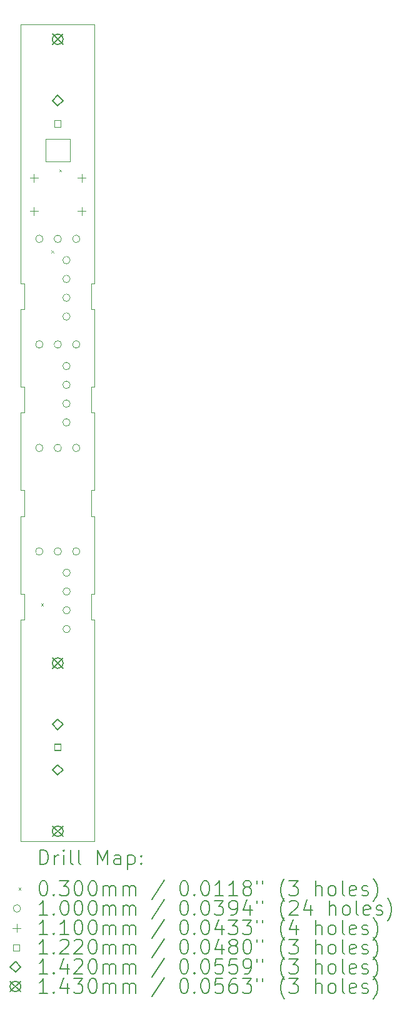
<source format=gbr>
%TF.GenerationSoftware,KiCad,Pcbnew,9.0.6*%
%TF.CreationDate,2025-12-01T21:19:55-05:00*%
%TF.ProjectId,Pico 2HP Controls,5069636f-2032-4485-9020-436f6e74726f,rev?*%
%TF.SameCoordinates,Original*%
%TF.FileFunction,Drillmap*%
%TF.FilePolarity,Positive*%
%FSLAX45Y45*%
G04 Gerber Fmt 4.5, Leading zero omitted, Abs format (unit mm)*
G04 Created by KiCad (PCBNEW 9.0.6) date 2025-12-01 21:19:55*
%MOMM*%
%LPD*%
G01*
G04 APERTURE LIST*
%ADD10C,0.050000*%
%ADD11C,0.200000*%
%ADD12C,0.100000*%
%ADD13C,0.110000*%
%ADD14C,0.122000*%
%ADD15C,0.142000*%
%ADD16C,0.143000*%
G04 APERTURE END LIST*
D10*
X13400000Y-9000000D02*
X13350000Y-9000000D01*
X13350000Y-10400000D02*
X13400000Y-10400000D01*
X12400000Y-15150000D02*
X12400000Y-12150000D01*
X13350000Y-7950000D02*
X13400000Y-7950000D01*
X12400000Y-12150000D02*
X12450000Y-12150000D01*
X13400000Y-15150000D02*
X12400000Y-15150000D01*
X12400000Y-4100000D02*
X13400000Y-4100000D01*
X12450000Y-12150000D02*
X12450000Y-11800000D01*
X12400000Y-10750000D02*
X12450000Y-10750000D01*
X12450000Y-9350000D02*
X12450000Y-9000000D01*
X12450000Y-7950000D02*
X12450000Y-7600000D01*
X13350000Y-10400000D02*
X13350000Y-10750000D01*
X13400000Y-4100000D02*
X13400000Y-7600000D01*
X12400000Y-9000000D02*
X12400000Y-7950000D01*
X12450000Y-10400000D02*
X12400000Y-10400000D01*
X13350000Y-9000000D02*
X13350000Y-9350000D01*
X13400000Y-10750000D02*
X13400000Y-11800000D01*
X13400000Y-7950000D02*
X13400000Y-8900000D01*
X12733000Y-5646000D02*
X13068000Y-5646000D01*
X13068000Y-5956000D01*
X12733000Y-5956000D01*
X12733000Y-5646000D01*
X13350000Y-7600000D02*
X13350000Y-7950000D01*
X13350000Y-10750000D02*
X13400000Y-10750000D01*
X12400000Y-10400000D02*
X12400000Y-9350000D01*
X13350000Y-9350000D02*
X13400000Y-9350000D01*
X12400000Y-11800000D02*
X12400000Y-10750000D01*
X13400000Y-12150000D02*
X13400000Y-15150000D01*
X12400000Y-7950000D02*
X12450000Y-7950000D01*
X13350000Y-11800000D02*
X13350000Y-12150000D01*
X13400000Y-9350000D02*
X13400000Y-10400000D01*
X13350000Y-12150000D02*
X13400000Y-12150000D01*
X12450000Y-10750000D02*
X12450000Y-10400000D01*
X12450000Y-9000000D02*
X12400000Y-9000000D01*
X12400000Y-7600000D02*
X12400000Y-4100000D01*
X12400000Y-9350000D02*
X12450000Y-9350000D01*
X12450000Y-7600000D02*
X12400000Y-7600000D01*
X13400000Y-11800000D02*
X13350000Y-11800000D01*
X13400000Y-8900000D02*
X13400000Y-9000000D01*
X13400000Y-7600000D02*
X13350000Y-7600000D01*
X12450000Y-11800000D02*
X12400000Y-11800000D01*
D11*
D12*
X12675000Y-11932500D02*
X12705000Y-11962500D01*
X12705000Y-11932500D02*
X12675000Y-11962500D01*
X12815000Y-7155000D02*
X12845000Y-7185000D01*
X12845000Y-7155000D02*
X12815000Y-7185000D01*
X12921000Y-6062000D02*
X12951000Y-6092000D01*
X12951000Y-6062000D02*
X12921000Y-6092000D01*
X12700000Y-7000000D02*
G75*
G02*
X12600000Y-7000000I-50000J0D01*
G01*
X12600000Y-7000000D02*
G75*
G02*
X12700000Y-7000000I50000J0D01*
G01*
X12700000Y-8427500D02*
G75*
G02*
X12600000Y-8427500I-50000J0D01*
G01*
X12600000Y-8427500D02*
G75*
G02*
X12700000Y-8427500I50000J0D01*
G01*
X12700000Y-9827500D02*
G75*
G02*
X12600000Y-9827500I-50000J0D01*
G01*
X12600000Y-9827500D02*
G75*
G02*
X12700000Y-9827500I50000J0D01*
G01*
X12700000Y-11227500D02*
G75*
G02*
X12600000Y-11227500I-50000J0D01*
G01*
X12600000Y-11227500D02*
G75*
G02*
X12700000Y-11227500I50000J0D01*
G01*
X12950000Y-7000000D02*
G75*
G02*
X12850000Y-7000000I-50000J0D01*
G01*
X12850000Y-7000000D02*
G75*
G02*
X12950000Y-7000000I50000J0D01*
G01*
X12950000Y-8427500D02*
G75*
G02*
X12850000Y-8427500I-50000J0D01*
G01*
X12850000Y-8427500D02*
G75*
G02*
X12950000Y-8427500I50000J0D01*
G01*
X12950000Y-9827500D02*
G75*
G02*
X12850000Y-9827500I-50000J0D01*
G01*
X12850000Y-9827500D02*
G75*
G02*
X12950000Y-9827500I50000J0D01*
G01*
X12950000Y-11227500D02*
G75*
G02*
X12850000Y-11227500I-50000J0D01*
G01*
X12850000Y-11227500D02*
G75*
G02*
X12950000Y-11227500I50000J0D01*
G01*
X13067500Y-7287500D02*
G75*
G02*
X12967500Y-7287500I-50000J0D01*
G01*
X12967500Y-7287500D02*
G75*
G02*
X13067500Y-7287500I50000J0D01*
G01*
X13067500Y-7541500D02*
G75*
G02*
X12967500Y-7541500I-50000J0D01*
G01*
X12967500Y-7541500D02*
G75*
G02*
X13067500Y-7541500I50000J0D01*
G01*
X13067500Y-7795500D02*
G75*
G02*
X12967500Y-7795500I-50000J0D01*
G01*
X12967500Y-7795500D02*
G75*
G02*
X13067500Y-7795500I50000J0D01*
G01*
X13067500Y-8049500D02*
G75*
G02*
X12967500Y-8049500I-50000J0D01*
G01*
X12967500Y-8049500D02*
G75*
G02*
X13067500Y-8049500I50000J0D01*
G01*
X13067500Y-8720000D02*
G75*
G02*
X12967500Y-8720000I-50000J0D01*
G01*
X12967500Y-8720000D02*
G75*
G02*
X13067500Y-8720000I50000J0D01*
G01*
X13067500Y-8974000D02*
G75*
G02*
X12967500Y-8974000I-50000J0D01*
G01*
X12967500Y-8974000D02*
G75*
G02*
X13067500Y-8974000I50000J0D01*
G01*
X13067500Y-9228000D02*
G75*
G02*
X12967500Y-9228000I-50000J0D01*
G01*
X12967500Y-9228000D02*
G75*
G02*
X13067500Y-9228000I50000J0D01*
G01*
X13067500Y-9482000D02*
G75*
G02*
X12967500Y-9482000I-50000J0D01*
G01*
X12967500Y-9482000D02*
G75*
G02*
X13067500Y-9482000I50000J0D01*
G01*
X13070000Y-11515000D02*
G75*
G02*
X12970000Y-11515000I-50000J0D01*
G01*
X12970000Y-11515000D02*
G75*
G02*
X13070000Y-11515000I50000J0D01*
G01*
X13070000Y-11769000D02*
G75*
G02*
X12970000Y-11769000I-50000J0D01*
G01*
X12970000Y-11769000D02*
G75*
G02*
X13070000Y-11769000I50000J0D01*
G01*
X13070000Y-12023000D02*
G75*
G02*
X12970000Y-12023000I-50000J0D01*
G01*
X12970000Y-12023000D02*
G75*
G02*
X13070000Y-12023000I50000J0D01*
G01*
X13070000Y-12277000D02*
G75*
G02*
X12970000Y-12277000I-50000J0D01*
G01*
X12970000Y-12277000D02*
G75*
G02*
X13070000Y-12277000I50000J0D01*
G01*
X13200000Y-7000000D02*
G75*
G02*
X13100000Y-7000000I-50000J0D01*
G01*
X13100000Y-7000000D02*
G75*
G02*
X13200000Y-7000000I50000J0D01*
G01*
X13200000Y-8427500D02*
G75*
G02*
X13100000Y-8427500I-50000J0D01*
G01*
X13100000Y-8427500D02*
G75*
G02*
X13200000Y-8427500I50000J0D01*
G01*
X13200000Y-9827500D02*
G75*
G02*
X13100000Y-9827500I-50000J0D01*
G01*
X13100000Y-9827500D02*
G75*
G02*
X13200000Y-9827500I50000J0D01*
G01*
X13200000Y-11227500D02*
G75*
G02*
X13100000Y-11227500I-50000J0D01*
G01*
X13100000Y-11227500D02*
G75*
G02*
X13200000Y-11227500I50000J0D01*
G01*
D13*
X12575000Y-6120000D02*
X12575000Y-6230000D01*
X12520000Y-6175000D02*
X12630000Y-6175000D01*
X12575000Y-6570000D02*
X12575000Y-6680000D01*
X12520000Y-6625000D02*
X12630000Y-6625000D01*
X13225000Y-6120000D02*
X13225000Y-6230000D01*
X13170000Y-6175000D02*
X13280000Y-6175000D01*
X13225000Y-6570000D02*
X13225000Y-6680000D01*
X13170000Y-6625000D02*
X13280000Y-6625000D01*
D14*
X12943134Y-5483134D02*
X12943134Y-5396866D01*
X12856866Y-5396866D01*
X12856866Y-5483134D01*
X12943134Y-5483134D01*
X12943134Y-13915134D02*
X12943134Y-13828866D01*
X12856866Y-13828866D01*
X12856866Y-13915134D01*
X12943134Y-13915134D01*
X12943134Y-13921134D02*
X12943134Y-13834866D01*
X12856866Y-13834866D01*
X12856866Y-13921134D01*
X12943134Y-13921134D01*
D15*
X12900000Y-5201000D02*
X12971000Y-5130000D01*
X12900000Y-5059000D01*
X12829000Y-5130000D01*
X12900000Y-5201000D01*
X12900000Y-13639000D02*
X12971000Y-13568000D01*
X12900000Y-13497000D01*
X12829000Y-13568000D01*
X12900000Y-13639000D01*
X12900000Y-14253000D02*
X12971000Y-14182000D01*
X12900000Y-14111000D01*
X12829000Y-14182000D01*
X12900000Y-14253000D01*
D16*
X12828500Y-4228500D02*
X12971500Y-4371500D01*
X12971500Y-4228500D02*
X12828500Y-4371500D01*
X12971500Y-4300000D02*
G75*
G02*
X12828500Y-4300000I-71500J0D01*
G01*
X12828500Y-4300000D02*
G75*
G02*
X12971500Y-4300000I71500J0D01*
G01*
X12828500Y-12666500D02*
X12971500Y-12809500D01*
X12971500Y-12666500D02*
X12828500Y-12809500D01*
X12971500Y-12738000D02*
G75*
G02*
X12828500Y-12738000I-71500J0D01*
G01*
X12828500Y-12738000D02*
G75*
G02*
X12971500Y-12738000I71500J0D01*
G01*
X12828500Y-14940500D02*
X12971500Y-15083500D01*
X12971500Y-14940500D02*
X12828500Y-15083500D01*
X12971500Y-15012000D02*
G75*
G02*
X12828500Y-15012000I-71500J0D01*
G01*
X12828500Y-15012000D02*
G75*
G02*
X12971500Y-15012000I71500J0D01*
G01*
D11*
X12658277Y-15463984D02*
X12658277Y-15263984D01*
X12658277Y-15263984D02*
X12705896Y-15263984D01*
X12705896Y-15263984D02*
X12734467Y-15273508D01*
X12734467Y-15273508D02*
X12753515Y-15292555D01*
X12753515Y-15292555D02*
X12763039Y-15311603D01*
X12763039Y-15311603D02*
X12772562Y-15349698D01*
X12772562Y-15349698D02*
X12772562Y-15378269D01*
X12772562Y-15378269D02*
X12763039Y-15416365D01*
X12763039Y-15416365D02*
X12753515Y-15435412D01*
X12753515Y-15435412D02*
X12734467Y-15454460D01*
X12734467Y-15454460D02*
X12705896Y-15463984D01*
X12705896Y-15463984D02*
X12658277Y-15463984D01*
X12858277Y-15463984D02*
X12858277Y-15330650D01*
X12858277Y-15368746D02*
X12867801Y-15349698D01*
X12867801Y-15349698D02*
X12877324Y-15340174D01*
X12877324Y-15340174D02*
X12896372Y-15330650D01*
X12896372Y-15330650D02*
X12915420Y-15330650D01*
X12982086Y-15463984D02*
X12982086Y-15330650D01*
X12982086Y-15263984D02*
X12972562Y-15273508D01*
X12972562Y-15273508D02*
X12982086Y-15283031D01*
X12982086Y-15283031D02*
X12991610Y-15273508D01*
X12991610Y-15273508D02*
X12982086Y-15263984D01*
X12982086Y-15263984D02*
X12982086Y-15283031D01*
X13105896Y-15463984D02*
X13086848Y-15454460D01*
X13086848Y-15454460D02*
X13077324Y-15435412D01*
X13077324Y-15435412D02*
X13077324Y-15263984D01*
X13210658Y-15463984D02*
X13191610Y-15454460D01*
X13191610Y-15454460D02*
X13182086Y-15435412D01*
X13182086Y-15435412D02*
X13182086Y-15263984D01*
X13439229Y-15463984D02*
X13439229Y-15263984D01*
X13439229Y-15263984D02*
X13505896Y-15406841D01*
X13505896Y-15406841D02*
X13572562Y-15263984D01*
X13572562Y-15263984D02*
X13572562Y-15463984D01*
X13753515Y-15463984D02*
X13753515Y-15359222D01*
X13753515Y-15359222D02*
X13743991Y-15340174D01*
X13743991Y-15340174D02*
X13724943Y-15330650D01*
X13724943Y-15330650D02*
X13686848Y-15330650D01*
X13686848Y-15330650D02*
X13667801Y-15340174D01*
X13753515Y-15454460D02*
X13734467Y-15463984D01*
X13734467Y-15463984D02*
X13686848Y-15463984D01*
X13686848Y-15463984D02*
X13667801Y-15454460D01*
X13667801Y-15454460D02*
X13658277Y-15435412D01*
X13658277Y-15435412D02*
X13658277Y-15416365D01*
X13658277Y-15416365D02*
X13667801Y-15397317D01*
X13667801Y-15397317D02*
X13686848Y-15387793D01*
X13686848Y-15387793D02*
X13734467Y-15387793D01*
X13734467Y-15387793D02*
X13753515Y-15378269D01*
X13848753Y-15330650D02*
X13848753Y-15530650D01*
X13848753Y-15340174D02*
X13867801Y-15330650D01*
X13867801Y-15330650D02*
X13905896Y-15330650D01*
X13905896Y-15330650D02*
X13924943Y-15340174D01*
X13924943Y-15340174D02*
X13934467Y-15349698D01*
X13934467Y-15349698D02*
X13943991Y-15368746D01*
X13943991Y-15368746D02*
X13943991Y-15425888D01*
X13943991Y-15425888D02*
X13934467Y-15444936D01*
X13934467Y-15444936D02*
X13924943Y-15454460D01*
X13924943Y-15454460D02*
X13905896Y-15463984D01*
X13905896Y-15463984D02*
X13867801Y-15463984D01*
X13867801Y-15463984D02*
X13848753Y-15454460D01*
X14029705Y-15444936D02*
X14039229Y-15454460D01*
X14039229Y-15454460D02*
X14029705Y-15463984D01*
X14029705Y-15463984D02*
X14020182Y-15454460D01*
X14020182Y-15454460D02*
X14029705Y-15444936D01*
X14029705Y-15444936D02*
X14029705Y-15463984D01*
X14029705Y-15340174D02*
X14039229Y-15349698D01*
X14039229Y-15349698D02*
X14029705Y-15359222D01*
X14029705Y-15359222D02*
X14020182Y-15349698D01*
X14020182Y-15349698D02*
X14029705Y-15340174D01*
X14029705Y-15340174D02*
X14029705Y-15359222D01*
D12*
X12367500Y-15777500D02*
X12397500Y-15807500D01*
X12397500Y-15777500D02*
X12367500Y-15807500D01*
D11*
X12696372Y-15683984D02*
X12715420Y-15683984D01*
X12715420Y-15683984D02*
X12734467Y-15693508D01*
X12734467Y-15693508D02*
X12743991Y-15703031D01*
X12743991Y-15703031D02*
X12753515Y-15722079D01*
X12753515Y-15722079D02*
X12763039Y-15760174D01*
X12763039Y-15760174D02*
X12763039Y-15807793D01*
X12763039Y-15807793D02*
X12753515Y-15845888D01*
X12753515Y-15845888D02*
X12743991Y-15864936D01*
X12743991Y-15864936D02*
X12734467Y-15874460D01*
X12734467Y-15874460D02*
X12715420Y-15883984D01*
X12715420Y-15883984D02*
X12696372Y-15883984D01*
X12696372Y-15883984D02*
X12677324Y-15874460D01*
X12677324Y-15874460D02*
X12667801Y-15864936D01*
X12667801Y-15864936D02*
X12658277Y-15845888D01*
X12658277Y-15845888D02*
X12648753Y-15807793D01*
X12648753Y-15807793D02*
X12648753Y-15760174D01*
X12648753Y-15760174D02*
X12658277Y-15722079D01*
X12658277Y-15722079D02*
X12667801Y-15703031D01*
X12667801Y-15703031D02*
X12677324Y-15693508D01*
X12677324Y-15693508D02*
X12696372Y-15683984D01*
X12848753Y-15864936D02*
X12858277Y-15874460D01*
X12858277Y-15874460D02*
X12848753Y-15883984D01*
X12848753Y-15883984D02*
X12839229Y-15874460D01*
X12839229Y-15874460D02*
X12848753Y-15864936D01*
X12848753Y-15864936D02*
X12848753Y-15883984D01*
X12924943Y-15683984D02*
X13048753Y-15683984D01*
X13048753Y-15683984D02*
X12982086Y-15760174D01*
X12982086Y-15760174D02*
X13010658Y-15760174D01*
X13010658Y-15760174D02*
X13029705Y-15769698D01*
X13029705Y-15769698D02*
X13039229Y-15779222D01*
X13039229Y-15779222D02*
X13048753Y-15798269D01*
X13048753Y-15798269D02*
X13048753Y-15845888D01*
X13048753Y-15845888D02*
X13039229Y-15864936D01*
X13039229Y-15864936D02*
X13029705Y-15874460D01*
X13029705Y-15874460D02*
X13010658Y-15883984D01*
X13010658Y-15883984D02*
X12953515Y-15883984D01*
X12953515Y-15883984D02*
X12934467Y-15874460D01*
X12934467Y-15874460D02*
X12924943Y-15864936D01*
X13172562Y-15683984D02*
X13191610Y-15683984D01*
X13191610Y-15683984D02*
X13210658Y-15693508D01*
X13210658Y-15693508D02*
X13220182Y-15703031D01*
X13220182Y-15703031D02*
X13229705Y-15722079D01*
X13229705Y-15722079D02*
X13239229Y-15760174D01*
X13239229Y-15760174D02*
X13239229Y-15807793D01*
X13239229Y-15807793D02*
X13229705Y-15845888D01*
X13229705Y-15845888D02*
X13220182Y-15864936D01*
X13220182Y-15864936D02*
X13210658Y-15874460D01*
X13210658Y-15874460D02*
X13191610Y-15883984D01*
X13191610Y-15883984D02*
X13172562Y-15883984D01*
X13172562Y-15883984D02*
X13153515Y-15874460D01*
X13153515Y-15874460D02*
X13143991Y-15864936D01*
X13143991Y-15864936D02*
X13134467Y-15845888D01*
X13134467Y-15845888D02*
X13124943Y-15807793D01*
X13124943Y-15807793D02*
X13124943Y-15760174D01*
X13124943Y-15760174D02*
X13134467Y-15722079D01*
X13134467Y-15722079D02*
X13143991Y-15703031D01*
X13143991Y-15703031D02*
X13153515Y-15693508D01*
X13153515Y-15693508D02*
X13172562Y-15683984D01*
X13363039Y-15683984D02*
X13382086Y-15683984D01*
X13382086Y-15683984D02*
X13401134Y-15693508D01*
X13401134Y-15693508D02*
X13410658Y-15703031D01*
X13410658Y-15703031D02*
X13420182Y-15722079D01*
X13420182Y-15722079D02*
X13429705Y-15760174D01*
X13429705Y-15760174D02*
X13429705Y-15807793D01*
X13429705Y-15807793D02*
X13420182Y-15845888D01*
X13420182Y-15845888D02*
X13410658Y-15864936D01*
X13410658Y-15864936D02*
X13401134Y-15874460D01*
X13401134Y-15874460D02*
X13382086Y-15883984D01*
X13382086Y-15883984D02*
X13363039Y-15883984D01*
X13363039Y-15883984D02*
X13343991Y-15874460D01*
X13343991Y-15874460D02*
X13334467Y-15864936D01*
X13334467Y-15864936D02*
X13324943Y-15845888D01*
X13324943Y-15845888D02*
X13315420Y-15807793D01*
X13315420Y-15807793D02*
X13315420Y-15760174D01*
X13315420Y-15760174D02*
X13324943Y-15722079D01*
X13324943Y-15722079D02*
X13334467Y-15703031D01*
X13334467Y-15703031D02*
X13343991Y-15693508D01*
X13343991Y-15693508D02*
X13363039Y-15683984D01*
X13515420Y-15883984D02*
X13515420Y-15750650D01*
X13515420Y-15769698D02*
X13524943Y-15760174D01*
X13524943Y-15760174D02*
X13543991Y-15750650D01*
X13543991Y-15750650D02*
X13572563Y-15750650D01*
X13572563Y-15750650D02*
X13591610Y-15760174D01*
X13591610Y-15760174D02*
X13601134Y-15779222D01*
X13601134Y-15779222D02*
X13601134Y-15883984D01*
X13601134Y-15779222D02*
X13610658Y-15760174D01*
X13610658Y-15760174D02*
X13629705Y-15750650D01*
X13629705Y-15750650D02*
X13658277Y-15750650D01*
X13658277Y-15750650D02*
X13677324Y-15760174D01*
X13677324Y-15760174D02*
X13686848Y-15779222D01*
X13686848Y-15779222D02*
X13686848Y-15883984D01*
X13782086Y-15883984D02*
X13782086Y-15750650D01*
X13782086Y-15769698D02*
X13791610Y-15760174D01*
X13791610Y-15760174D02*
X13810658Y-15750650D01*
X13810658Y-15750650D02*
X13839229Y-15750650D01*
X13839229Y-15750650D02*
X13858277Y-15760174D01*
X13858277Y-15760174D02*
X13867801Y-15779222D01*
X13867801Y-15779222D02*
X13867801Y-15883984D01*
X13867801Y-15779222D02*
X13877324Y-15760174D01*
X13877324Y-15760174D02*
X13896372Y-15750650D01*
X13896372Y-15750650D02*
X13924943Y-15750650D01*
X13924943Y-15750650D02*
X13943991Y-15760174D01*
X13943991Y-15760174D02*
X13953515Y-15779222D01*
X13953515Y-15779222D02*
X13953515Y-15883984D01*
X14343991Y-15674460D02*
X14172563Y-15931603D01*
X14601134Y-15683984D02*
X14620182Y-15683984D01*
X14620182Y-15683984D02*
X14639229Y-15693508D01*
X14639229Y-15693508D02*
X14648753Y-15703031D01*
X14648753Y-15703031D02*
X14658277Y-15722079D01*
X14658277Y-15722079D02*
X14667801Y-15760174D01*
X14667801Y-15760174D02*
X14667801Y-15807793D01*
X14667801Y-15807793D02*
X14658277Y-15845888D01*
X14658277Y-15845888D02*
X14648753Y-15864936D01*
X14648753Y-15864936D02*
X14639229Y-15874460D01*
X14639229Y-15874460D02*
X14620182Y-15883984D01*
X14620182Y-15883984D02*
X14601134Y-15883984D01*
X14601134Y-15883984D02*
X14582086Y-15874460D01*
X14582086Y-15874460D02*
X14572563Y-15864936D01*
X14572563Y-15864936D02*
X14563039Y-15845888D01*
X14563039Y-15845888D02*
X14553515Y-15807793D01*
X14553515Y-15807793D02*
X14553515Y-15760174D01*
X14553515Y-15760174D02*
X14563039Y-15722079D01*
X14563039Y-15722079D02*
X14572563Y-15703031D01*
X14572563Y-15703031D02*
X14582086Y-15693508D01*
X14582086Y-15693508D02*
X14601134Y-15683984D01*
X14753515Y-15864936D02*
X14763039Y-15874460D01*
X14763039Y-15874460D02*
X14753515Y-15883984D01*
X14753515Y-15883984D02*
X14743991Y-15874460D01*
X14743991Y-15874460D02*
X14753515Y-15864936D01*
X14753515Y-15864936D02*
X14753515Y-15883984D01*
X14886848Y-15683984D02*
X14905896Y-15683984D01*
X14905896Y-15683984D02*
X14924944Y-15693508D01*
X14924944Y-15693508D02*
X14934467Y-15703031D01*
X14934467Y-15703031D02*
X14943991Y-15722079D01*
X14943991Y-15722079D02*
X14953515Y-15760174D01*
X14953515Y-15760174D02*
X14953515Y-15807793D01*
X14953515Y-15807793D02*
X14943991Y-15845888D01*
X14943991Y-15845888D02*
X14934467Y-15864936D01*
X14934467Y-15864936D02*
X14924944Y-15874460D01*
X14924944Y-15874460D02*
X14905896Y-15883984D01*
X14905896Y-15883984D02*
X14886848Y-15883984D01*
X14886848Y-15883984D02*
X14867801Y-15874460D01*
X14867801Y-15874460D02*
X14858277Y-15864936D01*
X14858277Y-15864936D02*
X14848753Y-15845888D01*
X14848753Y-15845888D02*
X14839229Y-15807793D01*
X14839229Y-15807793D02*
X14839229Y-15760174D01*
X14839229Y-15760174D02*
X14848753Y-15722079D01*
X14848753Y-15722079D02*
X14858277Y-15703031D01*
X14858277Y-15703031D02*
X14867801Y-15693508D01*
X14867801Y-15693508D02*
X14886848Y-15683984D01*
X15143991Y-15883984D02*
X15029706Y-15883984D01*
X15086848Y-15883984D02*
X15086848Y-15683984D01*
X15086848Y-15683984D02*
X15067801Y-15712555D01*
X15067801Y-15712555D02*
X15048753Y-15731603D01*
X15048753Y-15731603D02*
X15029706Y-15741127D01*
X15334467Y-15883984D02*
X15220182Y-15883984D01*
X15277325Y-15883984D02*
X15277325Y-15683984D01*
X15277325Y-15683984D02*
X15258277Y-15712555D01*
X15258277Y-15712555D02*
X15239229Y-15731603D01*
X15239229Y-15731603D02*
X15220182Y-15741127D01*
X15448753Y-15769698D02*
X15429706Y-15760174D01*
X15429706Y-15760174D02*
X15420182Y-15750650D01*
X15420182Y-15750650D02*
X15410658Y-15731603D01*
X15410658Y-15731603D02*
X15410658Y-15722079D01*
X15410658Y-15722079D02*
X15420182Y-15703031D01*
X15420182Y-15703031D02*
X15429706Y-15693508D01*
X15429706Y-15693508D02*
X15448753Y-15683984D01*
X15448753Y-15683984D02*
X15486848Y-15683984D01*
X15486848Y-15683984D02*
X15505896Y-15693508D01*
X15505896Y-15693508D02*
X15515420Y-15703031D01*
X15515420Y-15703031D02*
X15524944Y-15722079D01*
X15524944Y-15722079D02*
X15524944Y-15731603D01*
X15524944Y-15731603D02*
X15515420Y-15750650D01*
X15515420Y-15750650D02*
X15505896Y-15760174D01*
X15505896Y-15760174D02*
X15486848Y-15769698D01*
X15486848Y-15769698D02*
X15448753Y-15769698D01*
X15448753Y-15769698D02*
X15429706Y-15779222D01*
X15429706Y-15779222D02*
X15420182Y-15788746D01*
X15420182Y-15788746D02*
X15410658Y-15807793D01*
X15410658Y-15807793D02*
X15410658Y-15845888D01*
X15410658Y-15845888D02*
X15420182Y-15864936D01*
X15420182Y-15864936D02*
X15429706Y-15874460D01*
X15429706Y-15874460D02*
X15448753Y-15883984D01*
X15448753Y-15883984D02*
X15486848Y-15883984D01*
X15486848Y-15883984D02*
X15505896Y-15874460D01*
X15505896Y-15874460D02*
X15515420Y-15864936D01*
X15515420Y-15864936D02*
X15524944Y-15845888D01*
X15524944Y-15845888D02*
X15524944Y-15807793D01*
X15524944Y-15807793D02*
X15515420Y-15788746D01*
X15515420Y-15788746D02*
X15505896Y-15779222D01*
X15505896Y-15779222D02*
X15486848Y-15769698D01*
X15601134Y-15683984D02*
X15601134Y-15722079D01*
X15677325Y-15683984D02*
X15677325Y-15722079D01*
X15972563Y-15960174D02*
X15963039Y-15950650D01*
X15963039Y-15950650D02*
X15943991Y-15922079D01*
X15943991Y-15922079D02*
X15934468Y-15903031D01*
X15934468Y-15903031D02*
X15924944Y-15874460D01*
X15924944Y-15874460D02*
X15915420Y-15826841D01*
X15915420Y-15826841D02*
X15915420Y-15788746D01*
X15915420Y-15788746D02*
X15924944Y-15741127D01*
X15924944Y-15741127D02*
X15934468Y-15712555D01*
X15934468Y-15712555D02*
X15943991Y-15693508D01*
X15943991Y-15693508D02*
X15963039Y-15664936D01*
X15963039Y-15664936D02*
X15972563Y-15655412D01*
X16029706Y-15683984D02*
X16153515Y-15683984D01*
X16153515Y-15683984D02*
X16086848Y-15760174D01*
X16086848Y-15760174D02*
X16115420Y-15760174D01*
X16115420Y-15760174D02*
X16134468Y-15769698D01*
X16134468Y-15769698D02*
X16143991Y-15779222D01*
X16143991Y-15779222D02*
X16153515Y-15798269D01*
X16153515Y-15798269D02*
X16153515Y-15845888D01*
X16153515Y-15845888D02*
X16143991Y-15864936D01*
X16143991Y-15864936D02*
X16134468Y-15874460D01*
X16134468Y-15874460D02*
X16115420Y-15883984D01*
X16115420Y-15883984D02*
X16058277Y-15883984D01*
X16058277Y-15883984D02*
X16039229Y-15874460D01*
X16039229Y-15874460D02*
X16029706Y-15864936D01*
X16391610Y-15883984D02*
X16391610Y-15683984D01*
X16477325Y-15883984D02*
X16477325Y-15779222D01*
X16477325Y-15779222D02*
X16467801Y-15760174D01*
X16467801Y-15760174D02*
X16448753Y-15750650D01*
X16448753Y-15750650D02*
X16420182Y-15750650D01*
X16420182Y-15750650D02*
X16401134Y-15760174D01*
X16401134Y-15760174D02*
X16391610Y-15769698D01*
X16601134Y-15883984D02*
X16582087Y-15874460D01*
X16582087Y-15874460D02*
X16572563Y-15864936D01*
X16572563Y-15864936D02*
X16563039Y-15845888D01*
X16563039Y-15845888D02*
X16563039Y-15788746D01*
X16563039Y-15788746D02*
X16572563Y-15769698D01*
X16572563Y-15769698D02*
X16582087Y-15760174D01*
X16582087Y-15760174D02*
X16601134Y-15750650D01*
X16601134Y-15750650D02*
X16629706Y-15750650D01*
X16629706Y-15750650D02*
X16648753Y-15760174D01*
X16648753Y-15760174D02*
X16658277Y-15769698D01*
X16658277Y-15769698D02*
X16667801Y-15788746D01*
X16667801Y-15788746D02*
X16667801Y-15845888D01*
X16667801Y-15845888D02*
X16658277Y-15864936D01*
X16658277Y-15864936D02*
X16648753Y-15874460D01*
X16648753Y-15874460D02*
X16629706Y-15883984D01*
X16629706Y-15883984D02*
X16601134Y-15883984D01*
X16782087Y-15883984D02*
X16763039Y-15874460D01*
X16763039Y-15874460D02*
X16753515Y-15855412D01*
X16753515Y-15855412D02*
X16753515Y-15683984D01*
X16934468Y-15874460D02*
X16915420Y-15883984D01*
X16915420Y-15883984D02*
X16877325Y-15883984D01*
X16877325Y-15883984D02*
X16858277Y-15874460D01*
X16858277Y-15874460D02*
X16848753Y-15855412D01*
X16848753Y-15855412D02*
X16848753Y-15779222D01*
X16848753Y-15779222D02*
X16858277Y-15760174D01*
X16858277Y-15760174D02*
X16877325Y-15750650D01*
X16877325Y-15750650D02*
X16915420Y-15750650D01*
X16915420Y-15750650D02*
X16934468Y-15760174D01*
X16934468Y-15760174D02*
X16943992Y-15779222D01*
X16943992Y-15779222D02*
X16943992Y-15798269D01*
X16943992Y-15798269D02*
X16848753Y-15817317D01*
X17020182Y-15874460D02*
X17039230Y-15883984D01*
X17039230Y-15883984D02*
X17077325Y-15883984D01*
X17077325Y-15883984D02*
X17096373Y-15874460D01*
X17096373Y-15874460D02*
X17105896Y-15855412D01*
X17105896Y-15855412D02*
X17105896Y-15845888D01*
X17105896Y-15845888D02*
X17096373Y-15826841D01*
X17096373Y-15826841D02*
X17077325Y-15817317D01*
X17077325Y-15817317D02*
X17048753Y-15817317D01*
X17048753Y-15817317D02*
X17029706Y-15807793D01*
X17029706Y-15807793D02*
X17020182Y-15788746D01*
X17020182Y-15788746D02*
X17020182Y-15779222D01*
X17020182Y-15779222D02*
X17029706Y-15760174D01*
X17029706Y-15760174D02*
X17048753Y-15750650D01*
X17048753Y-15750650D02*
X17077325Y-15750650D01*
X17077325Y-15750650D02*
X17096373Y-15760174D01*
X17172563Y-15960174D02*
X17182087Y-15950650D01*
X17182087Y-15950650D02*
X17201134Y-15922079D01*
X17201134Y-15922079D02*
X17210658Y-15903031D01*
X17210658Y-15903031D02*
X17220182Y-15874460D01*
X17220182Y-15874460D02*
X17229706Y-15826841D01*
X17229706Y-15826841D02*
X17229706Y-15788746D01*
X17229706Y-15788746D02*
X17220182Y-15741127D01*
X17220182Y-15741127D02*
X17210658Y-15712555D01*
X17210658Y-15712555D02*
X17201134Y-15693508D01*
X17201134Y-15693508D02*
X17182087Y-15664936D01*
X17182087Y-15664936D02*
X17172563Y-15655412D01*
D12*
X12397500Y-16056500D02*
G75*
G02*
X12297500Y-16056500I-50000J0D01*
G01*
X12297500Y-16056500D02*
G75*
G02*
X12397500Y-16056500I50000J0D01*
G01*
D11*
X12763039Y-16147984D02*
X12648753Y-16147984D01*
X12705896Y-16147984D02*
X12705896Y-15947984D01*
X12705896Y-15947984D02*
X12686848Y-15976555D01*
X12686848Y-15976555D02*
X12667801Y-15995603D01*
X12667801Y-15995603D02*
X12648753Y-16005127D01*
X12848753Y-16128936D02*
X12858277Y-16138460D01*
X12858277Y-16138460D02*
X12848753Y-16147984D01*
X12848753Y-16147984D02*
X12839229Y-16138460D01*
X12839229Y-16138460D02*
X12848753Y-16128936D01*
X12848753Y-16128936D02*
X12848753Y-16147984D01*
X12982086Y-15947984D02*
X13001134Y-15947984D01*
X13001134Y-15947984D02*
X13020182Y-15957508D01*
X13020182Y-15957508D02*
X13029705Y-15967031D01*
X13029705Y-15967031D02*
X13039229Y-15986079D01*
X13039229Y-15986079D02*
X13048753Y-16024174D01*
X13048753Y-16024174D02*
X13048753Y-16071793D01*
X13048753Y-16071793D02*
X13039229Y-16109888D01*
X13039229Y-16109888D02*
X13029705Y-16128936D01*
X13029705Y-16128936D02*
X13020182Y-16138460D01*
X13020182Y-16138460D02*
X13001134Y-16147984D01*
X13001134Y-16147984D02*
X12982086Y-16147984D01*
X12982086Y-16147984D02*
X12963039Y-16138460D01*
X12963039Y-16138460D02*
X12953515Y-16128936D01*
X12953515Y-16128936D02*
X12943991Y-16109888D01*
X12943991Y-16109888D02*
X12934467Y-16071793D01*
X12934467Y-16071793D02*
X12934467Y-16024174D01*
X12934467Y-16024174D02*
X12943991Y-15986079D01*
X12943991Y-15986079D02*
X12953515Y-15967031D01*
X12953515Y-15967031D02*
X12963039Y-15957508D01*
X12963039Y-15957508D02*
X12982086Y-15947984D01*
X13172562Y-15947984D02*
X13191610Y-15947984D01*
X13191610Y-15947984D02*
X13210658Y-15957508D01*
X13210658Y-15957508D02*
X13220182Y-15967031D01*
X13220182Y-15967031D02*
X13229705Y-15986079D01*
X13229705Y-15986079D02*
X13239229Y-16024174D01*
X13239229Y-16024174D02*
X13239229Y-16071793D01*
X13239229Y-16071793D02*
X13229705Y-16109888D01*
X13229705Y-16109888D02*
X13220182Y-16128936D01*
X13220182Y-16128936D02*
X13210658Y-16138460D01*
X13210658Y-16138460D02*
X13191610Y-16147984D01*
X13191610Y-16147984D02*
X13172562Y-16147984D01*
X13172562Y-16147984D02*
X13153515Y-16138460D01*
X13153515Y-16138460D02*
X13143991Y-16128936D01*
X13143991Y-16128936D02*
X13134467Y-16109888D01*
X13134467Y-16109888D02*
X13124943Y-16071793D01*
X13124943Y-16071793D02*
X13124943Y-16024174D01*
X13124943Y-16024174D02*
X13134467Y-15986079D01*
X13134467Y-15986079D02*
X13143991Y-15967031D01*
X13143991Y-15967031D02*
X13153515Y-15957508D01*
X13153515Y-15957508D02*
X13172562Y-15947984D01*
X13363039Y-15947984D02*
X13382086Y-15947984D01*
X13382086Y-15947984D02*
X13401134Y-15957508D01*
X13401134Y-15957508D02*
X13410658Y-15967031D01*
X13410658Y-15967031D02*
X13420182Y-15986079D01*
X13420182Y-15986079D02*
X13429705Y-16024174D01*
X13429705Y-16024174D02*
X13429705Y-16071793D01*
X13429705Y-16071793D02*
X13420182Y-16109888D01*
X13420182Y-16109888D02*
X13410658Y-16128936D01*
X13410658Y-16128936D02*
X13401134Y-16138460D01*
X13401134Y-16138460D02*
X13382086Y-16147984D01*
X13382086Y-16147984D02*
X13363039Y-16147984D01*
X13363039Y-16147984D02*
X13343991Y-16138460D01*
X13343991Y-16138460D02*
X13334467Y-16128936D01*
X13334467Y-16128936D02*
X13324943Y-16109888D01*
X13324943Y-16109888D02*
X13315420Y-16071793D01*
X13315420Y-16071793D02*
X13315420Y-16024174D01*
X13315420Y-16024174D02*
X13324943Y-15986079D01*
X13324943Y-15986079D02*
X13334467Y-15967031D01*
X13334467Y-15967031D02*
X13343991Y-15957508D01*
X13343991Y-15957508D02*
X13363039Y-15947984D01*
X13515420Y-16147984D02*
X13515420Y-16014650D01*
X13515420Y-16033698D02*
X13524943Y-16024174D01*
X13524943Y-16024174D02*
X13543991Y-16014650D01*
X13543991Y-16014650D02*
X13572563Y-16014650D01*
X13572563Y-16014650D02*
X13591610Y-16024174D01*
X13591610Y-16024174D02*
X13601134Y-16043222D01*
X13601134Y-16043222D02*
X13601134Y-16147984D01*
X13601134Y-16043222D02*
X13610658Y-16024174D01*
X13610658Y-16024174D02*
X13629705Y-16014650D01*
X13629705Y-16014650D02*
X13658277Y-16014650D01*
X13658277Y-16014650D02*
X13677324Y-16024174D01*
X13677324Y-16024174D02*
X13686848Y-16043222D01*
X13686848Y-16043222D02*
X13686848Y-16147984D01*
X13782086Y-16147984D02*
X13782086Y-16014650D01*
X13782086Y-16033698D02*
X13791610Y-16024174D01*
X13791610Y-16024174D02*
X13810658Y-16014650D01*
X13810658Y-16014650D02*
X13839229Y-16014650D01*
X13839229Y-16014650D02*
X13858277Y-16024174D01*
X13858277Y-16024174D02*
X13867801Y-16043222D01*
X13867801Y-16043222D02*
X13867801Y-16147984D01*
X13867801Y-16043222D02*
X13877324Y-16024174D01*
X13877324Y-16024174D02*
X13896372Y-16014650D01*
X13896372Y-16014650D02*
X13924943Y-16014650D01*
X13924943Y-16014650D02*
X13943991Y-16024174D01*
X13943991Y-16024174D02*
X13953515Y-16043222D01*
X13953515Y-16043222D02*
X13953515Y-16147984D01*
X14343991Y-15938460D02*
X14172563Y-16195603D01*
X14601134Y-15947984D02*
X14620182Y-15947984D01*
X14620182Y-15947984D02*
X14639229Y-15957508D01*
X14639229Y-15957508D02*
X14648753Y-15967031D01*
X14648753Y-15967031D02*
X14658277Y-15986079D01*
X14658277Y-15986079D02*
X14667801Y-16024174D01*
X14667801Y-16024174D02*
X14667801Y-16071793D01*
X14667801Y-16071793D02*
X14658277Y-16109888D01*
X14658277Y-16109888D02*
X14648753Y-16128936D01*
X14648753Y-16128936D02*
X14639229Y-16138460D01*
X14639229Y-16138460D02*
X14620182Y-16147984D01*
X14620182Y-16147984D02*
X14601134Y-16147984D01*
X14601134Y-16147984D02*
X14582086Y-16138460D01*
X14582086Y-16138460D02*
X14572563Y-16128936D01*
X14572563Y-16128936D02*
X14563039Y-16109888D01*
X14563039Y-16109888D02*
X14553515Y-16071793D01*
X14553515Y-16071793D02*
X14553515Y-16024174D01*
X14553515Y-16024174D02*
X14563039Y-15986079D01*
X14563039Y-15986079D02*
X14572563Y-15967031D01*
X14572563Y-15967031D02*
X14582086Y-15957508D01*
X14582086Y-15957508D02*
X14601134Y-15947984D01*
X14753515Y-16128936D02*
X14763039Y-16138460D01*
X14763039Y-16138460D02*
X14753515Y-16147984D01*
X14753515Y-16147984D02*
X14743991Y-16138460D01*
X14743991Y-16138460D02*
X14753515Y-16128936D01*
X14753515Y-16128936D02*
X14753515Y-16147984D01*
X14886848Y-15947984D02*
X14905896Y-15947984D01*
X14905896Y-15947984D02*
X14924944Y-15957508D01*
X14924944Y-15957508D02*
X14934467Y-15967031D01*
X14934467Y-15967031D02*
X14943991Y-15986079D01*
X14943991Y-15986079D02*
X14953515Y-16024174D01*
X14953515Y-16024174D02*
X14953515Y-16071793D01*
X14953515Y-16071793D02*
X14943991Y-16109888D01*
X14943991Y-16109888D02*
X14934467Y-16128936D01*
X14934467Y-16128936D02*
X14924944Y-16138460D01*
X14924944Y-16138460D02*
X14905896Y-16147984D01*
X14905896Y-16147984D02*
X14886848Y-16147984D01*
X14886848Y-16147984D02*
X14867801Y-16138460D01*
X14867801Y-16138460D02*
X14858277Y-16128936D01*
X14858277Y-16128936D02*
X14848753Y-16109888D01*
X14848753Y-16109888D02*
X14839229Y-16071793D01*
X14839229Y-16071793D02*
X14839229Y-16024174D01*
X14839229Y-16024174D02*
X14848753Y-15986079D01*
X14848753Y-15986079D02*
X14858277Y-15967031D01*
X14858277Y-15967031D02*
X14867801Y-15957508D01*
X14867801Y-15957508D02*
X14886848Y-15947984D01*
X15020182Y-15947984D02*
X15143991Y-15947984D01*
X15143991Y-15947984D02*
X15077325Y-16024174D01*
X15077325Y-16024174D02*
X15105896Y-16024174D01*
X15105896Y-16024174D02*
X15124944Y-16033698D01*
X15124944Y-16033698D02*
X15134467Y-16043222D01*
X15134467Y-16043222D02*
X15143991Y-16062269D01*
X15143991Y-16062269D02*
X15143991Y-16109888D01*
X15143991Y-16109888D02*
X15134467Y-16128936D01*
X15134467Y-16128936D02*
X15124944Y-16138460D01*
X15124944Y-16138460D02*
X15105896Y-16147984D01*
X15105896Y-16147984D02*
X15048753Y-16147984D01*
X15048753Y-16147984D02*
X15029706Y-16138460D01*
X15029706Y-16138460D02*
X15020182Y-16128936D01*
X15239229Y-16147984D02*
X15277325Y-16147984D01*
X15277325Y-16147984D02*
X15296372Y-16138460D01*
X15296372Y-16138460D02*
X15305896Y-16128936D01*
X15305896Y-16128936D02*
X15324944Y-16100365D01*
X15324944Y-16100365D02*
X15334467Y-16062269D01*
X15334467Y-16062269D02*
X15334467Y-15986079D01*
X15334467Y-15986079D02*
X15324944Y-15967031D01*
X15324944Y-15967031D02*
X15315420Y-15957508D01*
X15315420Y-15957508D02*
X15296372Y-15947984D01*
X15296372Y-15947984D02*
X15258277Y-15947984D01*
X15258277Y-15947984D02*
X15239229Y-15957508D01*
X15239229Y-15957508D02*
X15229706Y-15967031D01*
X15229706Y-15967031D02*
X15220182Y-15986079D01*
X15220182Y-15986079D02*
X15220182Y-16033698D01*
X15220182Y-16033698D02*
X15229706Y-16052746D01*
X15229706Y-16052746D02*
X15239229Y-16062269D01*
X15239229Y-16062269D02*
X15258277Y-16071793D01*
X15258277Y-16071793D02*
X15296372Y-16071793D01*
X15296372Y-16071793D02*
X15315420Y-16062269D01*
X15315420Y-16062269D02*
X15324944Y-16052746D01*
X15324944Y-16052746D02*
X15334467Y-16033698D01*
X15505896Y-16014650D02*
X15505896Y-16147984D01*
X15458277Y-15938460D02*
X15410658Y-16081317D01*
X15410658Y-16081317D02*
X15534467Y-16081317D01*
X15601134Y-15947984D02*
X15601134Y-15986079D01*
X15677325Y-15947984D02*
X15677325Y-15986079D01*
X15972563Y-16224174D02*
X15963039Y-16214650D01*
X15963039Y-16214650D02*
X15943991Y-16186079D01*
X15943991Y-16186079D02*
X15934468Y-16167031D01*
X15934468Y-16167031D02*
X15924944Y-16138460D01*
X15924944Y-16138460D02*
X15915420Y-16090841D01*
X15915420Y-16090841D02*
X15915420Y-16052746D01*
X15915420Y-16052746D02*
X15924944Y-16005127D01*
X15924944Y-16005127D02*
X15934468Y-15976555D01*
X15934468Y-15976555D02*
X15943991Y-15957508D01*
X15943991Y-15957508D02*
X15963039Y-15928936D01*
X15963039Y-15928936D02*
X15972563Y-15919412D01*
X16039229Y-15967031D02*
X16048753Y-15957508D01*
X16048753Y-15957508D02*
X16067801Y-15947984D01*
X16067801Y-15947984D02*
X16115420Y-15947984D01*
X16115420Y-15947984D02*
X16134468Y-15957508D01*
X16134468Y-15957508D02*
X16143991Y-15967031D01*
X16143991Y-15967031D02*
X16153515Y-15986079D01*
X16153515Y-15986079D02*
X16153515Y-16005127D01*
X16153515Y-16005127D02*
X16143991Y-16033698D01*
X16143991Y-16033698D02*
X16029706Y-16147984D01*
X16029706Y-16147984D02*
X16153515Y-16147984D01*
X16324944Y-16014650D02*
X16324944Y-16147984D01*
X16277325Y-15938460D02*
X16229706Y-16081317D01*
X16229706Y-16081317D02*
X16353515Y-16081317D01*
X16582087Y-16147984D02*
X16582087Y-15947984D01*
X16667801Y-16147984D02*
X16667801Y-16043222D01*
X16667801Y-16043222D02*
X16658277Y-16024174D01*
X16658277Y-16024174D02*
X16639230Y-16014650D01*
X16639230Y-16014650D02*
X16610658Y-16014650D01*
X16610658Y-16014650D02*
X16591610Y-16024174D01*
X16591610Y-16024174D02*
X16582087Y-16033698D01*
X16791611Y-16147984D02*
X16772563Y-16138460D01*
X16772563Y-16138460D02*
X16763039Y-16128936D01*
X16763039Y-16128936D02*
X16753515Y-16109888D01*
X16753515Y-16109888D02*
X16753515Y-16052746D01*
X16753515Y-16052746D02*
X16763039Y-16033698D01*
X16763039Y-16033698D02*
X16772563Y-16024174D01*
X16772563Y-16024174D02*
X16791611Y-16014650D01*
X16791611Y-16014650D02*
X16820182Y-16014650D01*
X16820182Y-16014650D02*
X16839230Y-16024174D01*
X16839230Y-16024174D02*
X16848753Y-16033698D01*
X16848753Y-16033698D02*
X16858277Y-16052746D01*
X16858277Y-16052746D02*
X16858277Y-16109888D01*
X16858277Y-16109888D02*
X16848753Y-16128936D01*
X16848753Y-16128936D02*
X16839230Y-16138460D01*
X16839230Y-16138460D02*
X16820182Y-16147984D01*
X16820182Y-16147984D02*
X16791611Y-16147984D01*
X16972563Y-16147984D02*
X16953515Y-16138460D01*
X16953515Y-16138460D02*
X16943992Y-16119412D01*
X16943992Y-16119412D02*
X16943992Y-15947984D01*
X17124944Y-16138460D02*
X17105896Y-16147984D01*
X17105896Y-16147984D02*
X17067801Y-16147984D01*
X17067801Y-16147984D02*
X17048753Y-16138460D01*
X17048753Y-16138460D02*
X17039230Y-16119412D01*
X17039230Y-16119412D02*
X17039230Y-16043222D01*
X17039230Y-16043222D02*
X17048753Y-16024174D01*
X17048753Y-16024174D02*
X17067801Y-16014650D01*
X17067801Y-16014650D02*
X17105896Y-16014650D01*
X17105896Y-16014650D02*
X17124944Y-16024174D01*
X17124944Y-16024174D02*
X17134468Y-16043222D01*
X17134468Y-16043222D02*
X17134468Y-16062269D01*
X17134468Y-16062269D02*
X17039230Y-16081317D01*
X17210658Y-16138460D02*
X17229706Y-16147984D01*
X17229706Y-16147984D02*
X17267801Y-16147984D01*
X17267801Y-16147984D02*
X17286849Y-16138460D01*
X17286849Y-16138460D02*
X17296373Y-16119412D01*
X17296373Y-16119412D02*
X17296373Y-16109888D01*
X17296373Y-16109888D02*
X17286849Y-16090841D01*
X17286849Y-16090841D02*
X17267801Y-16081317D01*
X17267801Y-16081317D02*
X17239230Y-16081317D01*
X17239230Y-16081317D02*
X17220182Y-16071793D01*
X17220182Y-16071793D02*
X17210658Y-16052746D01*
X17210658Y-16052746D02*
X17210658Y-16043222D01*
X17210658Y-16043222D02*
X17220182Y-16024174D01*
X17220182Y-16024174D02*
X17239230Y-16014650D01*
X17239230Y-16014650D02*
X17267801Y-16014650D01*
X17267801Y-16014650D02*
X17286849Y-16024174D01*
X17363039Y-16224174D02*
X17372563Y-16214650D01*
X17372563Y-16214650D02*
X17391611Y-16186079D01*
X17391611Y-16186079D02*
X17401134Y-16167031D01*
X17401134Y-16167031D02*
X17410658Y-16138460D01*
X17410658Y-16138460D02*
X17420182Y-16090841D01*
X17420182Y-16090841D02*
X17420182Y-16052746D01*
X17420182Y-16052746D02*
X17410658Y-16005127D01*
X17410658Y-16005127D02*
X17401134Y-15976555D01*
X17401134Y-15976555D02*
X17391611Y-15957508D01*
X17391611Y-15957508D02*
X17372563Y-15928936D01*
X17372563Y-15928936D02*
X17363039Y-15919412D01*
D13*
X12342500Y-16265500D02*
X12342500Y-16375500D01*
X12287500Y-16320500D02*
X12397500Y-16320500D01*
D11*
X12763039Y-16411984D02*
X12648753Y-16411984D01*
X12705896Y-16411984D02*
X12705896Y-16211984D01*
X12705896Y-16211984D02*
X12686848Y-16240555D01*
X12686848Y-16240555D02*
X12667801Y-16259603D01*
X12667801Y-16259603D02*
X12648753Y-16269127D01*
X12848753Y-16392936D02*
X12858277Y-16402460D01*
X12858277Y-16402460D02*
X12848753Y-16411984D01*
X12848753Y-16411984D02*
X12839229Y-16402460D01*
X12839229Y-16402460D02*
X12848753Y-16392936D01*
X12848753Y-16392936D02*
X12848753Y-16411984D01*
X13048753Y-16411984D02*
X12934467Y-16411984D01*
X12991610Y-16411984D02*
X12991610Y-16211984D01*
X12991610Y-16211984D02*
X12972562Y-16240555D01*
X12972562Y-16240555D02*
X12953515Y-16259603D01*
X12953515Y-16259603D02*
X12934467Y-16269127D01*
X13172562Y-16211984D02*
X13191610Y-16211984D01*
X13191610Y-16211984D02*
X13210658Y-16221508D01*
X13210658Y-16221508D02*
X13220182Y-16231031D01*
X13220182Y-16231031D02*
X13229705Y-16250079D01*
X13229705Y-16250079D02*
X13239229Y-16288174D01*
X13239229Y-16288174D02*
X13239229Y-16335793D01*
X13239229Y-16335793D02*
X13229705Y-16373888D01*
X13229705Y-16373888D02*
X13220182Y-16392936D01*
X13220182Y-16392936D02*
X13210658Y-16402460D01*
X13210658Y-16402460D02*
X13191610Y-16411984D01*
X13191610Y-16411984D02*
X13172562Y-16411984D01*
X13172562Y-16411984D02*
X13153515Y-16402460D01*
X13153515Y-16402460D02*
X13143991Y-16392936D01*
X13143991Y-16392936D02*
X13134467Y-16373888D01*
X13134467Y-16373888D02*
X13124943Y-16335793D01*
X13124943Y-16335793D02*
X13124943Y-16288174D01*
X13124943Y-16288174D02*
X13134467Y-16250079D01*
X13134467Y-16250079D02*
X13143991Y-16231031D01*
X13143991Y-16231031D02*
X13153515Y-16221508D01*
X13153515Y-16221508D02*
X13172562Y-16211984D01*
X13363039Y-16211984D02*
X13382086Y-16211984D01*
X13382086Y-16211984D02*
X13401134Y-16221508D01*
X13401134Y-16221508D02*
X13410658Y-16231031D01*
X13410658Y-16231031D02*
X13420182Y-16250079D01*
X13420182Y-16250079D02*
X13429705Y-16288174D01*
X13429705Y-16288174D02*
X13429705Y-16335793D01*
X13429705Y-16335793D02*
X13420182Y-16373888D01*
X13420182Y-16373888D02*
X13410658Y-16392936D01*
X13410658Y-16392936D02*
X13401134Y-16402460D01*
X13401134Y-16402460D02*
X13382086Y-16411984D01*
X13382086Y-16411984D02*
X13363039Y-16411984D01*
X13363039Y-16411984D02*
X13343991Y-16402460D01*
X13343991Y-16402460D02*
X13334467Y-16392936D01*
X13334467Y-16392936D02*
X13324943Y-16373888D01*
X13324943Y-16373888D02*
X13315420Y-16335793D01*
X13315420Y-16335793D02*
X13315420Y-16288174D01*
X13315420Y-16288174D02*
X13324943Y-16250079D01*
X13324943Y-16250079D02*
X13334467Y-16231031D01*
X13334467Y-16231031D02*
X13343991Y-16221508D01*
X13343991Y-16221508D02*
X13363039Y-16211984D01*
X13515420Y-16411984D02*
X13515420Y-16278650D01*
X13515420Y-16297698D02*
X13524943Y-16288174D01*
X13524943Y-16288174D02*
X13543991Y-16278650D01*
X13543991Y-16278650D02*
X13572563Y-16278650D01*
X13572563Y-16278650D02*
X13591610Y-16288174D01*
X13591610Y-16288174D02*
X13601134Y-16307222D01*
X13601134Y-16307222D02*
X13601134Y-16411984D01*
X13601134Y-16307222D02*
X13610658Y-16288174D01*
X13610658Y-16288174D02*
X13629705Y-16278650D01*
X13629705Y-16278650D02*
X13658277Y-16278650D01*
X13658277Y-16278650D02*
X13677324Y-16288174D01*
X13677324Y-16288174D02*
X13686848Y-16307222D01*
X13686848Y-16307222D02*
X13686848Y-16411984D01*
X13782086Y-16411984D02*
X13782086Y-16278650D01*
X13782086Y-16297698D02*
X13791610Y-16288174D01*
X13791610Y-16288174D02*
X13810658Y-16278650D01*
X13810658Y-16278650D02*
X13839229Y-16278650D01*
X13839229Y-16278650D02*
X13858277Y-16288174D01*
X13858277Y-16288174D02*
X13867801Y-16307222D01*
X13867801Y-16307222D02*
X13867801Y-16411984D01*
X13867801Y-16307222D02*
X13877324Y-16288174D01*
X13877324Y-16288174D02*
X13896372Y-16278650D01*
X13896372Y-16278650D02*
X13924943Y-16278650D01*
X13924943Y-16278650D02*
X13943991Y-16288174D01*
X13943991Y-16288174D02*
X13953515Y-16307222D01*
X13953515Y-16307222D02*
X13953515Y-16411984D01*
X14343991Y-16202460D02*
X14172563Y-16459603D01*
X14601134Y-16211984D02*
X14620182Y-16211984D01*
X14620182Y-16211984D02*
X14639229Y-16221508D01*
X14639229Y-16221508D02*
X14648753Y-16231031D01*
X14648753Y-16231031D02*
X14658277Y-16250079D01*
X14658277Y-16250079D02*
X14667801Y-16288174D01*
X14667801Y-16288174D02*
X14667801Y-16335793D01*
X14667801Y-16335793D02*
X14658277Y-16373888D01*
X14658277Y-16373888D02*
X14648753Y-16392936D01*
X14648753Y-16392936D02*
X14639229Y-16402460D01*
X14639229Y-16402460D02*
X14620182Y-16411984D01*
X14620182Y-16411984D02*
X14601134Y-16411984D01*
X14601134Y-16411984D02*
X14582086Y-16402460D01*
X14582086Y-16402460D02*
X14572563Y-16392936D01*
X14572563Y-16392936D02*
X14563039Y-16373888D01*
X14563039Y-16373888D02*
X14553515Y-16335793D01*
X14553515Y-16335793D02*
X14553515Y-16288174D01*
X14553515Y-16288174D02*
X14563039Y-16250079D01*
X14563039Y-16250079D02*
X14572563Y-16231031D01*
X14572563Y-16231031D02*
X14582086Y-16221508D01*
X14582086Y-16221508D02*
X14601134Y-16211984D01*
X14753515Y-16392936D02*
X14763039Y-16402460D01*
X14763039Y-16402460D02*
X14753515Y-16411984D01*
X14753515Y-16411984D02*
X14743991Y-16402460D01*
X14743991Y-16402460D02*
X14753515Y-16392936D01*
X14753515Y-16392936D02*
X14753515Y-16411984D01*
X14886848Y-16211984D02*
X14905896Y-16211984D01*
X14905896Y-16211984D02*
X14924944Y-16221508D01*
X14924944Y-16221508D02*
X14934467Y-16231031D01*
X14934467Y-16231031D02*
X14943991Y-16250079D01*
X14943991Y-16250079D02*
X14953515Y-16288174D01*
X14953515Y-16288174D02*
X14953515Y-16335793D01*
X14953515Y-16335793D02*
X14943991Y-16373888D01*
X14943991Y-16373888D02*
X14934467Y-16392936D01*
X14934467Y-16392936D02*
X14924944Y-16402460D01*
X14924944Y-16402460D02*
X14905896Y-16411984D01*
X14905896Y-16411984D02*
X14886848Y-16411984D01*
X14886848Y-16411984D02*
X14867801Y-16402460D01*
X14867801Y-16402460D02*
X14858277Y-16392936D01*
X14858277Y-16392936D02*
X14848753Y-16373888D01*
X14848753Y-16373888D02*
X14839229Y-16335793D01*
X14839229Y-16335793D02*
X14839229Y-16288174D01*
X14839229Y-16288174D02*
X14848753Y-16250079D01*
X14848753Y-16250079D02*
X14858277Y-16231031D01*
X14858277Y-16231031D02*
X14867801Y-16221508D01*
X14867801Y-16221508D02*
X14886848Y-16211984D01*
X15124944Y-16278650D02*
X15124944Y-16411984D01*
X15077325Y-16202460D02*
X15029706Y-16345317D01*
X15029706Y-16345317D02*
X15153515Y-16345317D01*
X15210658Y-16211984D02*
X15334467Y-16211984D01*
X15334467Y-16211984D02*
X15267801Y-16288174D01*
X15267801Y-16288174D02*
X15296372Y-16288174D01*
X15296372Y-16288174D02*
X15315420Y-16297698D01*
X15315420Y-16297698D02*
X15324944Y-16307222D01*
X15324944Y-16307222D02*
X15334467Y-16326269D01*
X15334467Y-16326269D02*
X15334467Y-16373888D01*
X15334467Y-16373888D02*
X15324944Y-16392936D01*
X15324944Y-16392936D02*
X15315420Y-16402460D01*
X15315420Y-16402460D02*
X15296372Y-16411984D01*
X15296372Y-16411984D02*
X15239229Y-16411984D01*
X15239229Y-16411984D02*
X15220182Y-16402460D01*
X15220182Y-16402460D02*
X15210658Y-16392936D01*
X15401134Y-16211984D02*
X15524944Y-16211984D01*
X15524944Y-16211984D02*
X15458277Y-16288174D01*
X15458277Y-16288174D02*
X15486848Y-16288174D01*
X15486848Y-16288174D02*
X15505896Y-16297698D01*
X15505896Y-16297698D02*
X15515420Y-16307222D01*
X15515420Y-16307222D02*
X15524944Y-16326269D01*
X15524944Y-16326269D02*
X15524944Y-16373888D01*
X15524944Y-16373888D02*
X15515420Y-16392936D01*
X15515420Y-16392936D02*
X15505896Y-16402460D01*
X15505896Y-16402460D02*
X15486848Y-16411984D01*
X15486848Y-16411984D02*
X15429706Y-16411984D01*
X15429706Y-16411984D02*
X15410658Y-16402460D01*
X15410658Y-16402460D02*
X15401134Y-16392936D01*
X15601134Y-16211984D02*
X15601134Y-16250079D01*
X15677325Y-16211984D02*
X15677325Y-16250079D01*
X15972563Y-16488174D02*
X15963039Y-16478650D01*
X15963039Y-16478650D02*
X15943991Y-16450079D01*
X15943991Y-16450079D02*
X15934468Y-16431031D01*
X15934468Y-16431031D02*
X15924944Y-16402460D01*
X15924944Y-16402460D02*
X15915420Y-16354841D01*
X15915420Y-16354841D02*
X15915420Y-16316746D01*
X15915420Y-16316746D02*
X15924944Y-16269127D01*
X15924944Y-16269127D02*
X15934468Y-16240555D01*
X15934468Y-16240555D02*
X15943991Y-16221508D01*
X15943991Y-16221508D02*
X15963039Y-16192936D01*
X15963039Y-16192936D02*
X15972563Y-16183412D01*
X16134468Y-16278650D02*
X16134468Y-16411984D01*
X16086848Y-16202460D02*
X16039229Y-16345317D01*
X16039229Y-16345317D02*
X16163039Y-16345317D01*
X16391610Y-16411984D02*
X16391610Y-16211984D01*
X16477325Y-16411984D02*
X16477325Y-16307222D01*
X16477325Y-16307222D02*
X16467801Y-16288174D01*
X16467801Y-16288174D02*
X16448753Y-16278650D01*
X16448753Y-16278650D02*
X16420182Y-16278650D01*
X16420182Y-16278650D02*
X16401134Y-16288174D01*
X16401134Y-16288174D02*
X16391610Y-16297698D01*
X16601134Y-16411984D02*
X16582087Y-16402460D01*
X16582087Y-16402460D02*
X16572563Y-16392936D01*
X16572563Y-16392936D02*
X16563039Y-16373888D01*
X16563039Y-16373888D02*
X16563039Y-16316746D01*
X16563039Y-16316746D02*
X16572563Y-16297698D01*
X16572563Y-16297698D02*
X16582087Y-16288174D01*
X16582087Y-16288174D02*
X16601134Y-16278650D01*
X16601134Y-16278650D02*
X16629706Y-16278650D01*
X16629706Y-16278650D02*
X16648753Y-16288174D01*
X16648753Y-16288174D02*
X16658277Y-16297698D01*
X16658277Y-16297698D02*
X16667801Y-16316746D01*
X16667801Y-16316746D02*
X16667801Y-16373888D01*
X16667801Y-16373888D02*
X16658277Y-16392936D01*
X16658277Y-16392936D02*
X16648753Y-16402460D01*
X16648753Y-16402460D02*
X16629706Y-16411984D01*
X16629706Y-16411984D02*
X16601134Y-16411984D01*
X16782087Y-16411984D02*
X16763039Y-16402460D01*
X16763039Y-16402460D02*
X16753515Y-16383412D01*
X16753515Y-16383412D02*
X16753515Y-16211984D01*
X16934468Y-16402460D02*
X16915420Y-16411984D01*
X16915420Y-16411984D02*
X16877325Y-16411984D01*
X16877325Y-16411984D02*
X16858277Y-16402460D01*
X16858277Y-16402460D02*
X16848753Y-16383412D01*
X16848753Y-16383412D02*
X16848753Y-16307222D01*
X16848753Y-16307222D02*
X16858277Y-16288174D01*
X16858277Y-16288174D02*
X16877325Y-16278650D01*
X16877325Y-16278650D02*
X16915420Y-16278650D01*
X16915420Y-16278650D02*
X16934468Y-16288174D01*
X16934468Y-16288174D02*
X16943992Y-16307222D01*
X16943992Y-16307222D02*
X16943992Y-16326269D01*
X16943992Y-16326269D02*
X16848753Y-16345317D01*
X17020182Y-16402460D02*
X17039230Y-16411984D01*
X17039230Y-16411984D02*
X17077325Y-16411984D01*
X17077325Y-16411984D02*
X17096373Y-16402460D01*
X17096373Y-16402460D02*
X17105896Y-16383412D01*
X17105896Y-16383412D02*
X17105896Y-16373888D01*
X17105896Y-16373888D02*
X17096373Y-16354841D01*
X17096373Y-16354841D02*
X17077325Y-16345317D01*
X17077325Y-16345317D02*
X17048753Y-16345317D01*
X17048753Y-16345317D02*
X17029706Y-16335793D01*
X17029706Y-16335793D02*
X17020182Y-16316746D01*
X17020182Y-16316746D02*
X17020182Y-16307222D01*
X17020182Y-16307222D02*
X17029706Y-16288174D01*
X17029706Y-16288174D02*
X17048753Y-16278650D01*
X17048753Y-16278650D02*
X17077325Y-16278650D01*
X17077325Y-16278650D02*
X17096373Y-16288174D01*
X17172563Y-16488174D02*
X17182087Y-16478650D01*
X17182087Y-16478650D02*
X17201134Y-16450079D01*
X17201134Y-16450079D02*
X17210658Y-16431031D01*
X17210658Y-16431031D02*
X17220182Y-16402460D01*
X17220182Y-16402460D02*
X17229706Y-16354841D01*
X17229706Y-16354841D02*
X17229706Y-16316746D01*
X17229706Y-16316746D02*
X17220182Y-16269127D01*
X17220182Y-16269127D02*
X17210658Y-16240555D01*
X17210658Y-16240555D02*
X17201134Y-16221508D01*
X17201134Y-16221508D02*
X17182087Y-16192936D01*
X17182087Y-16192936D02*
X17172563Y-16183412D01*
D14*
X12379634Y-16627634D02*
X12379634Y-16541366D01*
X12293366Y-16541366D01*
X12293366Y-16627634D01*
X12379634Y-16627634D01*
D11*
X12763039Y-16675984D02*
X12648753Y-16675984D01*
X12705896Y-16675984D02*
X12705896Y-16475984D01*
X12705896Y-16475984D02*
X12686848Y-16504555D01*
X12686848Y-16504555D02*
X12667801Y-16523603D01*
X12667801Y-16523603D02*
X12648753Y-16533127D01*
X12848753Y-16656936D02*
X12858277Y-16666460D01*
X12858277Y-16666460D02*
X12848753Y-16675984D01*
X12848753Y-16675984D02*
X12839229Y-16666460D01*
X12839229Y-16666460D02*
X12848753Y-16656936D01*
X12848753Y-16656936D02*
X12848753Y-16675984D01*
X12934467Y-16495031D02*
X12943991Y-16485508D01*
X12943991Y-16485508D02*
X12963039Y-16475984D01*
X12963039Y-16475984D02*
X13010658Y-16475984D01*
X13010658Y-16475984D02*
X13029705Y-16485508D01*
X13029705Y-16485508D02*
X13039229Y-16495031D01*
X13039229Y-16495031D02*
X13048753Y-16514079D01*
X13048753Y-16514079D02*
X13048753Y-16533127D01*
X13048753Y-16533127D02*
X13039229Y-16561698D01*
X13039229Y-16561698D02*
X12924943Y-16675984D01*
X12924943Y-16675984D02*
X13048753Y-16675984D01*
X13124943Y-16495031D02*
X13134467Y-16485508D01*
X13134467Y-16485508D02*
X13153515Y-16475984D01*
X13153515Y-16475984D02*
X13201134Y-16475984D01*
X13201134Y-16475984D02*
X13220182Y-16485508D01*
X13220182Y-16485508D02*
X13229705Y-16495031D01*
X13229705Y-16495031D02*
X13239229Y-16514079D01*
X13239229Y-16514079D02*
X13239229Y-16533127D01*
X13239229Y-16533127D02*
X13229705Y-16561698D01*
X13229705Y-16561698D02*
X13115420Y-16675984D01*
X13115420Y-16675984D02*
X13239229Y-16675984D01*
X13363039Y-16475984D02*
X13382086Y-16475984D01*
X13382086Y-16475984D02*
X13401134Y-16485508D01*
X13401134Y-16485508D02*
X13410658Y-16495031D01*
X13410658Y-16495031D02*
X13420182Y-16514079D01*
X13420182Y-16514079D02*
X13429705Y-16552174D01*
X13429705Y-16552174D02*
X13429705Y-16599793D01*
X13429705Y-16599793D02*
X13420182Y-16637888D01*
X13420182Y-16637888D02*
X13410658Y-16656936D01*
X13410658Y-16656936D02*
X13401134Y-16666460D01*
X13401134Y-16666460D02*
X13382086Y-16675984D01*
X13382086Y-16675984D02*
X13363039Y-16675984D01*
X13363039Y-16675984D02*
X13343991Y-16666460D01*
X13343991Y-16666460D02*
X13334467Y-16656936D01*
X13334467Y-16656936D02*
X13324943Y-16637888D01*
X13324943Y-16637888D02*
X13315420Y-16599793D01*
X13315420Y-16599793D02*
X13315420Y-16552174D01*
X13315420Y-16552174D02*
X13324943Y-16514079D01*
X13324943Y-16514079D02*
X13334467Y-16495031D01*
X13334467Y-16495031D02*
X13343991Y-16485508D01*
X13343991Y-16485508D02*
X13363039Y-16475984D01*
X13515420Y-16675984D02*
X13515420Y-16542650D01*
X13515420Y-16561698D02*
X13524943Y-16552174D01*
X13524943Y-16552174D02*
X13543991Y-16542650D01*
X13543991Y-16542650D02*
X13572563Y-16542650D01*
X13572563Y-16542650D02*
X13591610Y-16552174D01*
X13591610Y-16552174D02*
X13601134Y-16571222D01*
X13601134Y-16571222D02*
X13601134Y-16675984D01*
X13601134Y-16571222D02*
X13610658Y-16552174D01*
X13610658Y-16552174D02*
X13629705Y-16542650D01*
X13629705Y-16542650D02*
X13658277Y-16542650D01*
X13658277Y-16542650D02*
X13677324Y-16552174D01*
X13677324Y-16552174D02*
X13686848Y-16571222D01*
X13686848Y-16571222D02*
X13686848Y-16675984D01*
X13782086Y-16675984D02*
X13782086Y-16542650D01*
X13782086Y-16561698D02*
X13791610Y-16552174D01*
X13791610Y-16552174D02*
X13810658Y-16542650D01*
X13810658Y-16542650D02*
X13839229Y-16542650D01*
X13839229Y-16542650D02*
X13858277Y-16552174D01*
X13858277Y-16552174D02*
X13867801Y-16571222D01*
X13867801Y-16571222D02*
X13867801Y-16675984D01*
X13867801Y-16571222D02*
X13877324Y-16552174D01*
X13877324Y-16552174D02*
X13896372Y-16542650D01*
X13896372Y-16542650D02*
X13924943Y-16542650D01*
X13924943Y-16542650D02*
X13943991Y-16552174D01*
X13943991Y-16552174D02*
X13953515Y-16571222D01*
X13953515Y-16571222D02*
X13953515Y-16675984D01*
X14343991Y-16466460D02*
X14172563Y-16723603D01*
X14601134Y-16475984D02*
X14620182Y-16475984D01*
X14620182Y-16475984D02*
X14639229Y-16485508D01*
X14639229Y-16485508D02*
X14648753Y-16495031D01*
X14648753Y-16495031D02*
X14658277Y-16514079D01*
X14658277Y-16514079D02*
X14667801Y-16552174D01*
X14667801Y-16552174D02*
X14667801Y-16599793D01*
X14667801Y-16599793D02*
X14658277Y-16637888D01*
X14658277Y-16637888D02*
X14648753Y-16656936D01*
X14648753Y-16656936D02*
X14639229Y-16666460D01*
X14639229Y-16666460D02*
X14620182Y-16675984D01*
X14620182Y-16675984D02*
X14601134Y-16675984D01*
X14601134Y-16675984D02*
X14582086Y-16666460D01*
X14582086Y-16666460D02*
X14572563Y-16656936D01*
X14572563Y-16656936D02*
X14563039Y-16637888D01*
X14563039Y-16637888D02*
X14553515Y-16599793D01*
X14553515Y-16599793D02*
X14553515Y-16552174D01*
X14553515Y-16552174D02*
X14563039Y-16514079D01*
X14563039Y-16514079D02*
X14572563Y-16495031D01*
X14572563Y-16495031D02*
X14582086Y-16485508D01*
X14582086Y-16485508D02*
X14601134Y-16475984D01*
X14753515Y-16656936D02*
X14763039Y-16666460D01*
X14763039Y-16666460D02*
X14753515Y-16675984D01*
X14753515Y-16675984D02*
X14743991Y-16666460D01*
X14743991Y-16666460D02*
X14753515Y-16656936D01*
X14753515Y-16656936D02*
X14753515Y-16675984D01*
X14886848Y-16475984D02*
X14905896Y-16475984D01*
X14905896Y-16475984D02*
X14924944Y-16485508D01*
X14924944Y-16485508D02*
X14934467Y-16495031D01*
X14934467Y-16495031D02*
X14943991Y-16514079D01*
X14943991Y-16514079D02*
X14953515Y-16552174D01*
X14953515Y-16552174D02*
X14953515Y-16599793D01*
X14953515Y-16599793D02*
X14943991Y-16637888D01*
X14943991Y-16637888D02*
X14934467Y-16656936D01*
X14934467Y-16656936D02*
X14924944Y-16666460D01*
X14924944Y-16666460D02*
X14905896Y-16675984D01*
X14905896Y-16675984D02*
X14886848Y-16675984D01*
X14886848Y-16675984D02*
X14867801Y-16666460D01*
X14867801Y-16666460D02*
X14858277Y-16656936D01*
X14858277Y-16656936D02*
X14848753Y-16637888D01*
X14848753Y-16637888D02*
X14839229Y-16599793D01*
X14839229Y-16599793D02*
X14839229Y-16552174D01*
X14839229Y-16552174D02*
X14848753Y-16514079D01*
X14848753Y-16514079D02*
X14858277Y-16495031D01*
X14858277Y-16495031D02*
X14867801Y-16485508D01*
X14867801Y-16485508D02*
X14886848Y-16475984D01*
X15124944Y-16542650D02*
X15124944Y-16675984D01*
X15077325Y-16466460D02*
X15029706Y-16609317D01*
X15029706Y-16609317D02*
X15153515Y-16609317D01*
X15258277Y-16561698D02*
X15239229Y-16552174D01*
X15239229Y-16552174D02*
X15229706Y-16542650D01*
X15229706Y-16542650D02*
X15220182Y-16523603D01*
X15220182Y-16523603D02*
X15220182Y-16514079D01*
X15220182Y-16514079D02*
X15229706Y-16495031D01*
X15229706Y-16495031D02*
X15239229Y-16485508D01*
X15239229Y-16485508D02*
X15258277Y-16475984D01*
X15258277Y-16475984D02*
X15296372Y-16475984D01*
X15296372Y-16475984D02*
X15315420Y-16485508D01*
X15315420Y-16485508D02*
X15324944Y-16495031D01*
X15324944Y-16495031D02*
X15334467Y-16514079D01*
X15334467Y-16514079D02*
X15334467Y-16523603D01*
X15334467Y-16523603D02*
X15324944Y-16542650D01*
X15324944Y-16542650D02*
X15315420Y-16552174D01*
X15315420Y-16552174D02*
X15296372Y-16561698D01*
X15296372Y-16561698D02*
X15258277Y-16561698D01*
X15258277Y-16561698D02*
X15239229Y-16571222D01*
X15239229Y-16571222D02*
X15229706Y-16580746D01*
X15229706Y-16580746D02*
X15220182Y-16599793D01*
X15220182Y-16599793D02*
X15220182Y-16637888D01*
X15220182Y-16637888D02*
X15229706Y-16656936D01*
X15229706Y-16656936D02*
X15239229Y-16666460D01*
X15239229Y-16666460D02*
X15258277Y-16675984D01*
X15258277Y-16675984D02*
X15296372Y-16675984D01*
X15296372Y-16675984D02*
X15315420Y-16666460D01*
X15315420Y-16666460D02*
X15324944Y-16656936D01*
X15324944Y-16656936D02*
X15334467Y-16637888D01*
X15334467Y-16637888D02*
X15334467Y-16599793D01*
X15334467Y-16599793D02*
X15324944Y-16580746D01*
X15324944Y-16580746D02*
X15315420Y-16571222D01*
X15315420Y-16571222D02*
X15296372Y-16561698D01*
X15458277Y-16475984D02*
X15477325Y-16475984D01*
X15477325Y-16475984D02*
X15496372Y-16485508D01*
X15496372Y-16485508D02*
X15505896Y-16495031D01*
X15505896Y-16495031D02*
X15515420Y-16514079D01*
X15515420Y-16514079D02*
X15524944Y-16552174D01*
X15524944Y-16552174D02*
X15524944Y-16599793D01*
X15524944Y-16599793D02*
X15515420Y-16637888D01*
X15515420Y-16637888D02*
X15505896Y-16656936D01*
X15505896Y-16656936D02*
X15496372Y-16666460D01*
X15496372Y-16666460D02*
X15477325Y-16675984D01*
X15477325Y-16675984D02*
X15458277Y-16675984D01*
X15458277Y-16675984D02*
X15439229Y-16666460D01*
X15439229Y-16666460D02*
X15429706Y-16656936D01*
X15429706Y-16656936D02*
X15420182Y-16637888D01*
X15420182Y-16637888D02*
X15410658Y-16599793D01*
X15410658Y-16599793D02*
X15410658Y-16552174D01*
X15410658Y-16552174D02*
X15420182Y-16514079D01*
X15420182Y-16514079D02*
X15429706Y-16495031D01*
X15429706Y-16495031D02*
X15439229Y-16485508D01*
X15439229Y-16485508D02*
X15458277Y-16475984D01*
X15601134Y-16475984D02*
X15601134Y-16514079D01*
X15677325Y-16475984D02*
X15677325Y-16514079D01*
X15972563Y-16752174D02*
X15963039Y-16742650D01*
X15963039Y-16742650D02*
X15943991Y-16714079D01*
X15943991Y-16714079D02*
X15934468Y-16695031D01*
X15934468Y-16695031D02*
X15924944Y-16666460D01*
X15924944Y-16666460D02*
X15915420Y-16618841D01*
X15915420Y-16618841D02*
X15915420Y-16580746D01*
X15915420Y-16580746D02*
X15924944Y-16533127D01*
X15924944Y-16533127D02*
X15934468Y-16504555D01*
X15934468Y-16504555D02*
X15943991Y-16485508D01*
X15943991Y-16485508D02*
X15963039Y-16456936D01*
X15963039Y-16456936D02*
X15972563Y-16447412D01*
X16029706Y-16475984D02*
X16153515Y-16475984D01*
X16153515Y-16475984D02*
X16086848Y-16552174D01*
X16086848Y-16552174D02*
X16115420Y-16552174D01*
X16115420Y-16552174D02*
X16134468Y-16561698D01*
X16134468Y-16561698D02*
X16143991Y-16571222D01*
X16143991Y-16571222D02*
X16153515Y-16590269D01*
X16153515Y-16590269D02*
X16153515Y-16637888D01*
X16153515Y-16637888D02*
X16143991Y-16656936D01*
X16143991Y-16656936D02*
X16134468Y-16666460D01*
X16134468Y-16666460D02*
X16115420Y-16675984D01*
X16115420Y-16675984D02*
X16058277Y-16675984D01*
X16058277Y-16675984D02*
X16039229Y-16666460D01*
X16039229Y-16666460D02*
X16029706Y-16656936D01*
X16391610Y-16675984D02*
X16391610Y-16475984D01*
X16477325Y-16675984D02*
X16477325Y-16571222D01*
X16477325Y-16571222D02*
X16467801Y-16552174D01*
X16467801Y-16552174D02*
X16448753Y-16542650D01*
X16448753Y-16542650D02*
X16420182Y-16542650D01*
X16420182Y-16542650D02*
X16401134Y-16552174D01*
X16401134Y-16552174D02*
X16391610Y-16561698D01*
X16601134Y-16675984D02*
X16582087Y-16666460D01*
X16582087Y-16666460D02*
X16572563Y-16656936D01*
X16572563Y-16656936D02*
X16563039Y-16637888D01*
X16563039Y-16637888D02*
X16563039Y-16580746D01*
X16563039Y-16580746D02*
X16572563Y-16561698D01*
X16572563Y-16561698D02*
X16582087Y-16552174D01*
X16582087Y-16552174D02*
X16601134Y-16542650D01*
X16601134Y-16542650D02*
X16629706Y-16542650D01*
X16629706Y-16542650D02*
X16648753Y-16552174D01*
X16648753Y-16552174D02*
X16658277Y-16561698D01*
X16658277Y-16561698D02*
X16667801Y-16580746D01*
X16667801Y-16580746D02*
X16667801Y-16637888D01*
X16667801Y-16637888D02*
X16658277Y-16656936D01*
X16658277Y-16656936D02*
X16648753Y-16666460D01*
X16648753Y-16666460D02*
X16629706Y-16675984D01*
X16629706Y-16675984D02*
X16601134Y-16675984D01*
X16782087Y-16675984D02*
X16763039Y-16666460D01*
X16763039Y-16666460D02*
X16753515Y-16647412D01*
X16753515Y-16647412D02*
X16753515Y-16475984D01*
X16934468Y-16666460D02*
X16915420Y-16675984D01*
X16915420Y-16675984D02*
X16877325Y-16675984D01*
X16877325Y-16675984D02*
X16858277Y-16666460D01*
X16858277Y-16666460D02*
X16848753Y-16647412D01*
X16848753Y-16647412D02*
X16848753Y-16571222D01*
X16848753Y-16571222D02*
X16858277Y-16552174D01*
X16858277Y-16552174D02*
X16877325Y-16542650D01*
X16877325Y-16542650D02*
X16915420Y-16542650D01*
X16915420Y-16542650D02*
X16934468Y-16552174D01*
X16934468Y-16552174D02*
X16943992Y-16571222D01*
X16943992Y-16571222D02*
X16943992Y-16590269D01*
X16943992Y-16590269D02*
X16848753Y-16609317D01*
X17020182Y-16666460D02*
X17039230Y-16675984D01*
X17039230Y-16675984D02*
X17077325Y-16675984D01*
X17077325Y-16675984D02*
X17096373Y-16666460D01*
X17096373Y-16666460D02*
X17105896Y-16647412D01*
X17105896Y-16647412D02*
X17105896Y-16637888D01*
X17105896Y-16637888D02*
X17096373Y-16618841D01*
X17096373Y-16618841D02*
X17077325Y-16609317D01*
X17077325Y-16609317D02*
X17048753Y-16609317D01*
X17048753Y-16609317D02*
X17029706Y-16599793D01*
X17029706Y-16599793D02*
X17020182Y-16580746D01*
X17020182Y-16580746D02*
X17020182Y-16571222D01*
X17020182Y-16571222D02*
X17029706Y-16552174D01*
X17029706Y-16552174D02*
X17048753Y-16542650D01*
X17048753Y-16542650D02*
X17077325Y-16542650D01*
X17077325Y-16542650D02*
X17096373Y-16552174D01*
X17172563Y-16752174D02*
X17182087Y-16742650D01*
X17182087Y-16742650D02*
X17201134Y-16714079D01*
X17201134Y-16714079D02*
X17210658Y-16695031D01*
X17210658Y-16695031D02*
X17220182Y-16666460D01*
X17220182Y-16666460D02*
X17229706Y-16618841D01*
X17229706Y-16618841D02*
X17229706Y-16580746D01*
X17229706Y-16580746D02*
X17220182Y-16533127D01*
X17220182Y-16533127D02*
X17210658Y-16504555D01*
X17210658Y-16504555D02*
X17201134Y-16485508D01*
X17201134Y-16485508D02*
X17182087Y-16456936D01*
X17182087Y-16456936D02*
X17172563Y-16447412D01*
D15*
X12326500Y-16919500D02*
X12397500Y-16848500D01*
X12326500Y-16777500D01*
X12255500Y-16848500D01*
X12326500Y-16919500D01*
D11*
X12763039Y-16939984D02*
X12648753Y-16939984D01*
X12705896Y-16939984D02*
X12705896Y-16739984D01*
X12705896Y-16739984D02*
X12686848Y-16768555D01*
X12686848Y-16768555D02*
X12667801Y-16787603D01*
X12667801Y-16787603D02*
X12648753Y-16797127D01*
X12848753Y-16920936D02*
X12858277Y-16930460D01*
X12858277Y-16930460D02*
X12848753Y-16939984D01*
X12848753Y-16939984D02*
X12839229Y-16930460D01*
X12839229Y-16930460D02*
X12848753Y-16920936D01*
X12848753Y-16920936D02*
X12848753Y-16939984D01*
X13029705Y-16806650D02*
X13029705Y-16939984D01*
X12982086Y-16730460D02*
X12934467Y-16873317D01*
X12934467Y-16873317D02*
X13058277Y-16873317D01*
X13124943Y-16759031D02*
X13134467Y-16749508D01*
X13134467Y-16749508D02*
X13153515Y-16739984D01*
X13153515Y-16739984D02*
X13201134Y-16739984D01*
X13201134Y-16739984D02*
X13220182Y-16749508D01*
X13220182Y-16749508D02*
X13229705Y-16759031D01*
X13229705Y-16759031D02*
X13239229Y-16778079D01*
X13239229Y-16778079D02*
X13239229Y-16797127D01*
X13239229Y-16797127D02*
X13229705Y-16825698D01*
X13229705Y-16825698D02*
X13115420Y-16939984D01*
X13115420Y-16939984D02*
X13239229Y-16939984D01*
X13363039Y-16739984D02*
X13382086Y-16739984D01*
X13382086Y-16739984D02*
X13401134Y-16749508D01*
X13401134Y-16749508D02*
X13410658Y-16759031D01*
X13410658Y-16759031D02*
X13420182Y-16778079D01*
X13420182Y-16778079D02*
X13429705Y-16816174D01*
X13429705Y-16816174D02*
X13429705Y-16863793D01*
X13429705Y-16863793D02*
X13420182Y-16901889D01*
X13420182Y-16901889D02*
X13410658Y-16920936D01*
X13410658Y-16920936D02*
X13401134Y-16930460D01*
X13401134Y-16930460D02*
X13382086Y-16939984D01*
X13382086Y-16939984D02*
X13363039Y-16939984D01*
X13363039Y-16939984D02*
X13343991Y-16930460D01*
X13343991Y-16930460D02*
X13334467Y-16920936D01*
X13334467Y-16920936D02*
X13324943Y-16901889D01*
X13324943Y-16901889D02*
X13315420Y-16863793D01*
X13315420Y-16863793D02*
X13315420Y-16816174D01*
X13315420Y-16816174D02*
X13324943Y-16778079D01*
X13324943Y-16778079D02*
X13334467Y-16759031D01*
X13334467Y-16759031D02*
X13343991Y-16749508D01*
X13343991Y-16749508D02*
X13363039Y-16739984D01*
X13515420Y-16939984D02*
X13515420Y-16806650D01*
X13515420Y-16825698D02*
X13524943Y-16816174D01*
X13524943Y-16816174D02*
X13543991Y-16806650D01*
X13543991Y-16806650D02*
X13572563Y-16806650D01*
X13572563Y-16806650D02*
X13591610Y-16816174D01*
X13591610Y-16816174D02*
X13601134Y-16835222D01*
X13601134Y-16835222D02*
X13601134Y-16939984D01*
X13601134Y-16835222D02*
X13610658Y-16816174D01*
X13610658Y-16816174D02*
X13629705Y-16806650D01*
X13629705Y-16806650D02*
X13658277Y-16806650D01*
X13658277Y-16806650D02*
X13677324Y-16816174D01*
X13677324Y-16816174D02*
X13686848Y-16835222D01*
X13686848Y-16835222D02*
X13686848Y-16939984D01*
X13782086Y-16939984D02*
X13782086Y-16806650D01*
X13782086Y-16825698D02*
X13791610Y-16816174D01*
X13791610Y-16816174D02*
X13810658Y-16806650D01*
X13810658Y-16806650D02*
X13839229Y-16806650D01*
X13839229Y-16806650D02*
X13858277Y-16816174D01*
X13858277Y-16816174D02*
X13867801Y-16835222D01*
X13867801Y-16835222D02*
X13867801Y-16939984D01*
X13867801Y-16835222D02*
X13877324Y-16816174D01*
X13877324Y-16816174D02*
X13896372Y-16806650D01*
X13896372Y-16806650D02*
X13924943Y-16806650D01*
X13924943Y-16806650D02*
X13943991Y-16816174D01*
X13943991Y-16816174D02*
X13953515Y-16835222D01*
X13953515Y-16835222D02*
X13953515Y-16939984D01*
X14343991Y-16730460D02*
X14172563Y-16987603D01*
X14601134Y-16739984D02*
X14620182Y-16739984D01*
X14620182Y-16739984D02*
X14639229Y-16749508D01*
X14639229Y-16749508D02*
X14648753Y-16759031D01*
X14648753Y-16759031D02*
X14658277Y-16778079D01*
X14658277Y-16778079D02*
X14667801Y-16816174D01*
X14667801Y-16816174D02*
X14667801Y-16863793D01*
X14667801Y-16863793D02*
X14658277Y-16901889D01*
X14658277Y-16901889D02*
X14648753Y-16920936D01*
X14648753Y-16920936D02*
X14639229Y-16930460D01*
X14639229Y-16930460D02*
X14620182Y-16939984D01*
X14620182Y-16939984D02*
X14601134Y-16939984D01*
X14601134Y-16939984D02*
X14582086Y-16930460D01*
X14582086Y-16930460D02*
X14572563Y-16920936D01*
X14572563Y-16920936D02*
X14563039Y-16901889D01*
X14563039Y-16901889D02*
X14553515Y-16863793D01*
X14553515Y-16863793D02*
X14553515Y-16816174D01*
X14553515Y-16816174D02*
X14563039Y-16778079D01*
X14563039Y-16778079D02*
X14572563Y-16759031D01*
X14572563Y-16759031D02*
X14582086Y-16749508D01*
X14582086Y-16749508D02*
X14601134Y-16739984D01*
X14753515Y-16920936D02*
X14763039Y-16930460D01*
X14763039Y-16930460D02*
X14753515Y-16939984D01*
X14753515Y-16939984D02*
X14743991Y-16930460D01*
X14743991Y-16930460D02*
X14753515Y-16920936D01*
X14753515Y-16920936D02*
X14753515Y-16939984D01*
X14886848Y-16739984D02*
X14905896Y-16739984D01*
X14905896Y-16739984D02*
X14924944Y-16749508D01*
X14924944Y-16749508D02*
X14934467Y-16759031D01*
X14934467Y-16759031D02*
X14943991Y-16778079D01*
X14943991Y-16778079D02*
X14953515Y-16816174D01*
X14953515Y-16816174D02*
X14953515Y-16863793D01*
X14953515Y-16863793D02*
X14943991Y-16901889D01*
X14943991Y-16901889D02*
X14934467Y-16920936D01*
X14934467Y-16920936D02*
X14924944Y-16930460D01*
X14924944Y-16930460D02*
X14905896Y-16939984D01*
X14905896Y-16939984D02*
X14886848Y-16939984D01*
X14886848Y-16939984D02*
X14867801Y-16930460D01*
X14867801Y-16930460D02*
X14858277Y-16920936D01*
X14858277Y-16920936D02*
X14848753Y-16901889D01*
X14848753Y-16901889D02*
X14839229Y-16863793D01*
X14839229Y-16863793D02*
X14839229Y-16816174D01*
X14839229Y-16816174D02*
X14848753Y-16778079D01*
X14848753Y-16778079D02*
X14858277Y-16759031D01*
X14858277Y-16759031D02*
X14867801Y-16749508D01*
X14867801Y-16749508D02*
X14886848Y-16739984D01*
X15134467Y-16739984D02*
X15039229Y-16739984D01*
X15039229Y-16739984D02*
X15029706Y-16835222D01*
X15029706Y-16835222D02*
X15039229Y-16825698D01*
X15039229Y-16825698D02*
X15058277Y-16816174D01*
X15058277Y-16816174D02*
X15105896Y-16816174D01*
X15105896Y-16816174D02*
X15124944Y-16825698D01*
X15124944Y-16825698D02*
X15134467Y-16835222D01*
X15134467Y-16835222D02*
X15143991Y-16854270D01*
X15143991Y-16854270D02*
X15143991Y-16901889D01*
X15143991Y-16901889D02*
X15134467Y-16920936D01*
X15134467Y-16920936D02*
X15124944Y-16930460D01*
X15124944Y-16930460D02*
X15105896Y-16939984D01*
X15105896Y-16939984D02*
X15058277Y-16939984D01*
X15058277Y-16939984D02*
X15039229Y-16930460D01*
X15039229Y-16930460D02*
X15029706Y-16920936D01*
X15324944Y-16739984D02*
X15229706Y-16739984D01*
X15229706Y-16739984D02*
X15220182Y-16835222D01*
X15220182Y-16835222D02*
X15229706Y-16825698D01*
X15229706Y-16825698D02*
X15248753Y-16816174D01*
X15248753Y-16816174D02*
X15296372Y-16816174D01*
X15296372Y-16816174D02*
X15315420Y-16825698D01*
X15315420Y-16825698D02*
X15324944Y-16835222D01*
X15324944Y-16835222D02*
X15334467Y-16854270D01*
X15334467Y-16854270D02*
X15334467Y-16901889D01*
X15334467Y-16901889D02*
X15324944Y-16920936D01*
X15324944Y-16920936D02*
X15315420Y-16930460D01*
X15315420Y-16930460D02*
X15296372Y-16939984D01*
X15296372Y-16939984D02*
X15248753Y-16939984D01*
X15248753Y-16939984D02*
X15229706Y-16930460D01*
X15229706Y-16930460D02*
X15220182Y-16920936D01*
X15429706Y-16939984D02*
X15467801Y-16939984D01*
X15467801Y-16939984D02*
X15486848Y-16930460D01*
X15486848Y-16930460D02*
X15496372Y-16920936D01*
X15496372Y-16920936D02*
X15515420Y-16892365D01*
X15515420Y-16892365D02*
X15524944Y-16854270D01*
X15524944Y-16854270D02*
X15524944Y-16778079D01*
X15524944Y-16778079D02*
X15515420Y-16759031D01*
X15515420Y-16759031D02*
X15505896Y-16749508D01*
X15505896Y-16749508D02*
X15486848Y-16739984D01*
X15486848Y-16739984D02*
X15448753Y-16739984D01*
X15448753Y-16739984D02*
X15429706Y-16749508D01*
X15429706Y-16749508D02*
X15420182Y-16759031D01*
X15420182Y-16759031D02*
X15410658Y-16778079D01*
X15410658Y-16778079D02*
X15410658Y-16825698D01*
X15410658Y-16825698D02*
X15420182Y-16844746D01*
X15420182Y-16844746D02*
X15429706Y-16854270D01*
X15429706Y-16854270D02*
X15448753Y-16863793D01*
X15448753Y-16863793D02*
X15486848Y-16863793D01*
X15486848Y-16863793D02*
X15505896Y-16854270D01*
X15505896Y-16854270D02*
X15515420Y-16844746D01*
X15515420Y-16844746D02*
X15524944Y-16825698D01*
X15601134Y-16739984D02*
X15601134Y-16778079D01*
X15677325Y-16739984D02*
X15677325Y-16778079D01*
X15972563Y-17016174D02*
X15963039Y-17006650D01*
X15963039Y-17006650D02*
X15943991Y-16978079D01*
X15943991Y-16978079D02*
X15934468Y-16959031D01*
X15934468Y-16959031D02*
X15924944Y-16930460D01*
X15924944Y-16930460D02*
X15915420Y-16882841D01*
X15915420Y-16882841D02*
X15915420Y-16844746D01*
X15915420Y-16844746D02*
X15924944Y-16797127D01*
X15924944Y-16797127D02*
X15934468Y-16768555D01*
X15934468Y-16768555D02*
X15943991Y-16749508D01*
X15943991Y-16749508D02*
X15963039Y-16720936D01*
X15963039Y-16720936D02*
X15972563Y-16711412D01*
X16029706Y-16739984D02*
X16153515Y-16739984D01*
X16153515Y-16739984D02*
X16086848Y-16816174D01*
X16086848Y-16816174D02*
X16115420Y-16816174D01*
X16115420Y-16816174D02*
X16134468Y-16825698D01*
X16134468Y-16825698D02*
X16143991Y-16835222D01*
X16143991Y-16835222D02*
X16153515Y-16854270D01*
X16153515Y-16854270D02*
X16153515Y-16901889D01*
X16153515Y-16901889D02*
X16143991Y-16920936D01*
X16143991Y-16920936D02*
X16134468Y-16930460D01*
X16134468Y-16930460D02*
X16115420Y-16939984D01*
X16115420Y-16939984D02*
X16058277Y-16939984D01*
X16058277Y-16939984D02*
X16039229Y-16930460D01*
X16039229Y-16930460D02*
X16029706Y-16920936D01*
X16391610Y-16939984D02*
X16391610Y-16739984D01*
X16477325Y-16939984D02*
X16477325Y-16835222D01*
X16477325Y-16835222D02*
X16467801Y-16816174D01*
X16467801Y-16816174D02*
X16448753Y-16806650D01*
X16448753Y-16806650D02*
X16420182Y-16806650D01*
X16420182Y-16806650D02*
X16401134Y-16816174D01*
X16401134Y-16816174D02*
X16391610Y-16825698D01*
X16601134Y-16939984D02*
X16582087Y-16930460D01*
X16582087Y-16930460D02*
X16572563Y-16920936D01*
X16572563Y-16920936D02*
X16563039Y-16901889D01*
X16563039Y-16901889D02*
X16563039Y-16844746D01*
X16563039Y-16844746D02*
X16572563Y-16825698D01*
X16572563Y-16825698D02*
X16582087Y-16816174D01*
X16582087Y-16816174D02*
X16601134Y-16806650D01*
X16601134Y-16806650D02*
X16629706Y-16806650D01*
X16629706Y-16806650D02*
X16648753Y-16816174D01*
X16648753Y-16816174D02*
X16658277Y-16825698D01*
X16658277Y-16825698D02*
X16667801Y-16844746D01*
X16667801Y-16844746D02*
X16667801Y-16901889D01*
X16667801Y-16901889D02*
X16658277Y-16920936D01*
X16658277Y-16920936D02*
X16648753Y-16930460D01*
X16648753Y-16930460D02*
X16629706Y-16939984D01*
X16629706Y-16939984D02*
X16601134Y-16939984D01*
X16782087Y-16939984D02*
X16763039Y-16930460D01*
X16763039Y-16930460D02*
X16753515Y-16911412D01*
X16753515Y-16911412D02*
X16753515Y-16739984D01*
X16934468Y-16930460D02*
X16915420Y-16939984D01*
X16915420Y-16939984D02*
X16877325Y-16939984D01*
X16877325Y-16939984D02*
X16858277Y-16930460D01*
X16858277Y-16930460D02*
X16848753Y-16911412D01*
X16848753Y-16911412D02*
X16848753Y-16835222D01*
X16848753Y-16835222D02*
X16858277Y-16816174D01*
X16858277Y-16816174D02*
X16877325Y-16806650D01*
X16877325Y-16806650D02*
X16915420Y-16806650D01*
X16915420Y-16806650D02*
X16934468Y-16816174D01*
X16934468Y-16816174D02*
X16943992Y-16835222D01*
X16943992Y-16835222D02*
X16943992Y-16854270D01*
X16943992Y-16854270D02*
X16848753Y-16873317D01*
X17020182Y-16930460D02*
X17039230Y-16939984D01*
X17039230Y-16939984D02*
X17077325Y-16939984D01*
X17077325Y-16939984D02*
X17096373Y-16930460D01*
X17096373Y-16930460D02*
X17105896Y-16911412D01*
X17105896Y-16911412D02*
X17105896Y-16901889D01*
X17105896Y-16901889D02*
X17096373Y-16882841D01*
X17096373Y-16882841D02*
X17077325Y-16873317D01*
X17077325Y-16873317D02*
X17048753Y-16873317D01*
X17048753Y-16873317D02*
X17029706Y-16863793D01*
X17029706Y-16863793D02*
X17020182Y-16844746D01*
X17020182Y-16844746D02*
X17020182Y-16835222D01*
X17020182Y-16835222D02*
X17029706Y-16816174D01*
X17029706Y-16816174D02*
X17048753Y-16806650D01*
X17048753Y-16806650D02*
X17077325Y-16806650D01*
X17077325Y-16806650D02*
X17096373Y-16816174D01*
X17172563Y-17016174D02*
X17182087Y-17006650D01*
X17182087Y-17006650D02*
X17201134Y-16978079D01*
X17201134Y-16978079D02*
X17210658Y-16959031D01*
X17210658Y-16959031D02*
X17220182Y-16930460D01*
X17220182Y-16930460D02*
X17229706Y-16882841D01*
X17229706Y-16882841D02*
X17229706Y-16844746D01*
X17229706Y-16844746D02*
X17220182Y-16797127D01*
X17220182Y-16797127D02*
X17210658Y-16768555D01*
X17210658Y-16768555D02*
X17201134Y-16749508D01*
X17201134Y-16749508D02*
X17182087Y-16720936D01*
X17182087Y-16720936D02*
X17172563Y-16711412D01*
D16*
X12254500Y-17041000D02*
X12397500Y-17184000D01*
X12397500Y-17041000D02*
X12254500Y-17184000D01*
X12397500Y-17112500D02*
G75*
G02*
X12254500Y-17112500I-71500J0D01*
G01*
X12254500Y-17112500D02*
G75*
G02*
X12397500Y-17112500I71500J0D01*
G01*
D11*
X12763039Y-17203984D02*
X12648753Y-17203984D01*
X12705896Y-17203984D02*
X12705896Y-17003984D01*
X12705896Y-17003984D02*
X12686848Y-17032555D01*
X12686848Y-17032555D02*
X12667801Y-17051603D01*
X12667801Y-17051603D02*
X12648753Y-17061127D01*
X12848753Y-17184936D02*
X12858277Y-17194460D01*
X12858277Y-17194460D02*
X12848753Y-17203984D01*
X12848753Y-17203984D02*
X12839229Y-17194460D01*
X12839229Y-17194460D02*
X12848753Y-17184936D01*
X12848753Y-17184936D02*
X12848753Y-17203984D01*
X13029705Y-17070650D02*
X13029705Y-17203984D01*
X12982086Y-16994460D02*
X12934467Y-17137317D01*
X12934467Y-17137317D02*
X13058277Y-17137317D01*
X13115420Y-17003984D02*
X13239229Y-17003984D01*
X13239229Y-17003984D02*
X13172562Y-17080174D01*
X13172562Y-17080174D02*
X13201134Y-17080174D01*
X13201134Y-17080174D02*
X13220182Y-17089698D01*
X13220182Y-17089698D02*
X13229705Y-17099222D01*
X13229705Y-17099222D02*
X13239229Y-17118270D01*
X13239229Y-17118270D02*
X13239229Y-17165889D01*
X13239229Y-17165889D02*
X13229705Y-17184936D01*
X13229705Y-17184936D02*
X13220182Y-17194460D01*
X13220182Y-17194460D02*
X13201134Y-17203984D01*
X13201134Y-17203984D02*
X13143991Y-17203984D01*
X13143991Y-17203984D02*
X13124943Y-17194460D01*
X13124943Y-17194460D02*
X13115420Y-17184936D01*
X13363039Y-17003984D02*
X13382086Y-17003984D01*
X13382086Y-17003984D02*
X13401134Y-17013508D01*
X13401134Y-17013508D02*
X13410658Y-17023031D01*
X13410658Y-17023031D02*
X13420182Y-17042079D01*
X13420182Y-17042079D02*
X13429705Y-17080174D01*
X13429705Y-17080174D02*
X13429705Y-17127793D01*
X13429705Y-17127793D02*
X13420182Y-17165889D01*
X13420182Y-17165889D02*
X13410658Y-17184936D01*
X13410658Y-17184936D02*
X13401134Y-17194460D01*
X13401134Y-17194460D02*
X13382086Y-17203984D01*
X13382086Y-17203984D02*
X13363039Y-17203984D01*
X13363039Y-17203984D02*
X13343991Y-17194460D01*
X13343991Y-17194460D02*
X13334467Y-17184936D01*
X13334467Y-17184936D02*
X13324943Y-17165889D01*
X13324943Y-17165889D02*
X13315420Y-17127793D01*
X13315420Y-17127793D02*
X13315420Y-17080174D01*
X13315420Y-17080174D02*
X13324943Y-17042079D01*
X13324943Y-17042079D02*
X13334467Y-17023031D01*
X13334467Y-17023031D02*
X13343991Y-17013508D01*
X13343991Y-17013508D02*
X13363039Y-17003984D01*
X13515420Y-17203984D02*
X13515420Y-17070650D01*
X13515420Y-17089698D02*
X13524943Y-17080174D01*
X13524943Y-17080174D02*
X13543991Y-17070650D01*
X13543991Y-17070650D02*
X13572563Y-17070650D01*
X13572563Y-17070650D02*
X13591610Y-17080174D01*
X13591610Y-17080174D02*
X13601134Y-17099222D01*
X13601134Y-17099222D02*
X13601134Y-17203984D01*
X13601134Y-17099222D02*
X13610658Y-17080174D01*
X13610658Y-17080174D02*
X13629705Y-17070650D01*
X13629705Y-17070650D02*
X13658277Y-17070650D01*
X13658277Y-17070650D02*
X13677324Y-17080174D01*
X13677324Y-17080174D02*
X13686848Y-17099222D01*
X13686848Y-17099222D02*
X13686848Y-17203984D01*
X13782086Y-17203984D02*
X13782086Y-17070650D01*
X13782086Y-17089698D02*
X13791610Y-17080174D01*
X13791610Y-17080174D02*
X13810658Y-17070650D01*
X13810658Y-17070650D02*
X13839229Y-17070650D01*
X13839229Y-17070650D02*
X13858277Y-17080174D01*
X13858277Y-17080174D02*
X13867801Y-17099222D01*
X13867801Y-17099222D02*
X13867801Y-17203984D01*
X13867801Y-17099222D02*
X13877324Y-17080174D01*
X13877324Y-17080174D02*
X13896372Y-17070650D01*
X13896372Y-17070650D02*
X13924943Y-17070650D01*
X13924943Y-17070650D02*
X13943991Y-17080174D01*
X13943991Y-17080174D02*
X13953515Y-17099222D01*
X13953515Y-17099222D02*
X13953515Y-17203984D01*
X14343991Y-16994460D02*
X14172563Y-17251603D01*
X14601134Y-17003984D02*
X14620182Y-17003984D01*
X14620182Y-17003984D02*
X14639229Y-17013508D01*
X14639229Y-17013508D02*
X14648753Y-17023031D01*
X14648753Y-17023031D02*
X14658277Y-17042079D01*
X14658277Y-17042079D02*
X14667801Y-17080174D01*
X14667801Y-17080174D02*
X14667801Y-17127793D01*
X14667801Y-17127793D02*
X14658277Y-17165889D01*
X14658277Y-17165889D02*
X14648753Y-17184936D01*
X14648753Y-17184936D02*
X14639229Y-17194460D01*
X14639229Y-17194460D02*
X14620182Y-17203984D01*
X14620182Y-17203984D02*
X14601134Y-17203984D01*
X14601134Y-17203984D02*
X14582086Y-17194460D01*
X14582086Y-17194460D02*
X14572563Y-17184936D01*
X14572563Y-17184936D02*
X14563039Y-17165889D01*
X14563039Y-17165889D02*
X14553515Y-17127793D01*
X14553515Y-17127793D02*
X14553515Y-17080174D01*
X14553515Y-17080174D02*
X14563039Y-17042079D01*
X14563039Y-17042079D02*
X14572563Y-17023031D01*
X14572563Y-17023031D02*
X14582086Y-17013508D01*
X14582086Y-17013508D02*
X14601134Y-17003984D01*
X14753515Y-17184936D02*
X14763039Y-17194460D01*
X14763039Y-17194460D02*
X14753515Y-17203984D01*
X14753515Y-17203984D02*
X14743991Y-17194460D01*
X14743991Y-17194460D02*
X14753515Y-17184936D01*
X14753515Y-17184936D02*
X14753515Y-17203984D01*
X14886848Y-17003984D02*
X14905896Y-17003984D01*
X14905896Y-17003984D02*
X14924944Y-17013508D01*
X14924944Y-17013508D02*
X14934467Y-17023031D01*
X14934467Y-17023031D02*
X14943991Y-17042079D01*
X14943991Y-17042079D02*
X14953515Y-17080174D01*
X14953515Y-17080174D02*
X14953515Y-17127793D01*
X14953515Y-17127793D02*
X14943991Y-17165889D01*
X14943991Y-17165889D02*
X14934467Y-17184936D01*
X14934467Y-17184936D02*
X14924944Y-17194460D01*
X14924944Y-17194460D02*
X14905896Y-17203984D01*
X14905896Y-17203984D02*
X14886848Y-17203984D01*
X14886848Y-17203984D02*
X14867801Y-17194460D01*
X14867801Y-17194460D02*
X14858277Y-17184936D01*
X14858277Y-17184936D02*
X14848753Y-17165889D01*
X14848753Y-17165889D02*
X14839229Y-17127793D01*
X14839229Y-17127793D02*
X14839229Y-17080174D01*
X14839229Y-17080174D02*
X14848753Y-17042079D01*
X14848753Y-17042079D02*
X14858277Y-17023031D01*
X14858277Y-17023031D02*
X14867801Y-17013508D01*
X14867801Y-17013508D02*
X14886848Y-17003984D01*
X15134467Y-17003984D02*
X15039229Y-17003984D01*
X15039229Y-17003984D02*
X15029706Y-17099222D01*
X15029706Y-17099222D02*
X15039229Y-17089698D01*
X15039229Y-17089698D02*
X15058277Y-17080174D01*
X15058277Y-17080174D02*
X15105896Y-17080174D01*
X15105896Y-17080174D02*
X15124944Y-17089698D01*
X15124944Y-17089698D02*
X15134467Y-17099222D01*
X15134467Y-17099222D02*
X15143991Y-17118270D01*
X15143991Y-17118270D02*
X15143991Y-17165889D01*
X15143991Y-17165889D02*
X15134467Y-17184936D01*
X15134467Y-17184936D02*
X15124944Y-17194460D01*
X15124944Y-17194460D02*
X15105896Y-17203984D01*
X15105896Y-17203984D02*
X15058277Y-17203984D01*
X15058277Y-17203984D02*
X15039229Y-17194460D01*
X15039229Y-17194460D02*
X15029706Y-17184936D01*
X15315420Y-17003984D02*
X15277325Y-17003984D01*
X15277325Y-17003984D02*
X15258277Y-17013508D01*
X15258277Y-17013508D02*
X15248753Y-17023031D01*
X15248753Y-17023031D02*
X15229706Y-17051603D01*
X15229706Y-17051603D02*
X15220182Y-17089698D01*
X15220182Y-17089698D02*
X15220182Y-17165889D01*
X15220182Y-17165889D02*
X15229706Y-17184936D01*
X15229706Y-17184936D02*
X15239229Y-17194460D01*
X15239229Y-17194460D02*
X15258277Y-17203984D01*
X15258277Y-17203984D02*
X15296372Y-17203984D01*
X15296372Y-17203984D02*
X15315420Y-17194460D01*
X15315420Y-17194460D02*
X15324944Y-17184936D01*
X15324944Y-17184936D02*
X15334467Y-17165889D01*
X15334467Y-17165889D02*
X15334467Y-17118270D01*
X15334467Y-17118270D02*
X15324944Y-17099222D01*
X15324944Y-17099222D02*
X15315420Y-17089698D01*
X15315420Y-17089698D02*
X15296372Y-17080174D01*
X15296372Y-17080174D02*
X15258277Y-17080174D01*
X15258277Y-17080174D02*
X15239229Y-17089698D01*
X15239229Y-17089698D02*
X15229706Y-17099222D01*
X15229706Y-17099222D02*
X15220182Y-17118270D01*
X15401134Y-17003984D02*
X15524944Y-17003984D01*
X15524944Y-17003984D02*
X15458277Y-17080174D01*
X15458277Y-17080174D02*
X15486848Y-17080174D01*
X15486848Y-17080174D02*
X15505896Y-17089698D01*
X15505896Y-17089698D02*
X15515420Y-17099222D01*
X15515420Y-17099222D02*
X15524944Y-17118270D01*
X15524944Y-17118270D02*
X15524944Y-17165889D01*
X15524944Y-17165889D02*
X15515420Y-17184936D01*
X15515420Y-17184936D02*
X15505896Y-17194460D01*
X15505896Y-17194460D02*
X15486848Y-17203984D01*
X15486848Y-17203984D02*
X15429706Y-17203984D01*
X15429706Y-17203984D02*
X15410658Y-17194460D01*
X15410658Y-17194460D02*
X15401134Y-17184936D01*
X15601134Y-17003984D02*
X15601134Y-17042079D01*
X15677325Y-17003984D02*
X15677325Y-17042079D01*
X15972563Y-17280174D02*
X15963039Y-17270650D01*
X15963039Y-17270650D02*
X15943991Y-17242079D01*
X15943991Y-17242079D02*
X15934468Y-17223031D01*
X15934468Y-17223031D02*
X15924944Y-17194460D01*
X15924944Y-17194460D02*
X15915420Y-17146841D01*
X15915420Y-17146841D02*
X15915420Y-17108746D01*
X15915420Y-17108746D02*
X15924944Y-17061127D01*
X15924944Y-17061127D02*
X15934468Y-17032555D01*
X15934468Y-17032555D02*
X15943991Y-17013508D01*
X15943991Y-17013508D02*
X15963039Y-16984936D01*
X15963039Y-16984936D02*
X15972563Y-16975412D01*
X16029706Y-17003984D02*
X16153515Y-17003984D01*
X16153515Y-17003984D02*
X16086848Y-17080174D01*
X16086848Y-17080174D02*
X16115420Y-17080174D01*
X16115420Y-17080174D02*
X16134468Y-17089698D01*
X16134468Y-17089698D02*
X16143991Y-17099222D01*
X16143991Y-17099222D02*
X16153515Y-17118270D01*
X16153515Y-17118270D02*
X16153515Y-17165889D01*
X16153515Y-17165889D02*
X16143991Y-17184936D01*
X16143991Y-17184936D02*
X16134468Y-17194460D01*
X16134468Y-17194460D02*
X16115420Y-17203984D01*
X16115420Y-17203984D02*
X16058277Y-17203984D01*
X16058277Y-17203984D02*
X16039229Y-17194460D01*
X16039229Y-17194460D02*
X16029706Y-17184936D01*
X16391610Y-17203984D02*
X16391610Y-17003984D01*
X16477325Y-17203984D02*
X16477325Y-17099222D01*
X16477325Y-17099222D02*
X16467801Y-17080174D01*
X16467801Y-17080174D02*
X16448753Y-17070650D01*
X16448753Y-17070650D02*
X16420182Y-17070650D01*
X16420182Y-17070650D02*
X16401134Y-17080174D01*
X16401134Y-17080174D02*
X16391610Y-17089698D01*
X16601134Y-17203984D02*
X16582087Y-17194460D01*
X16582087Y-17194460D02*
X16572563Y-17184936D01*
X16572563Y-17184936D02*
X16563039Y-17165889D01*
X16563039Y-17165889D02*
X16563039Y-17108746D01*
X16563039Y-17108746D02*
X16572563Y-17089698D01*
X16572563Y-17089698D02*
X16582087Y-17080174D01*
X16582087Y-17080174D02*
X16601134Y-17070650D01*
X16601134Y-17070650D02*
X16629706Y-17070650D01*
X16629706Y-17070650D02*
X16648753Y-17080174D01*
X16648753Y-17080174D02*
X16658277Y-17089698D01*
X16658277Y-17089698D02*
X16667801Y-17108746D01*
X16667801Y-17108746D02*
X16667801Y-17165889D01*
X16667801Y-17165889D02*
X16658277Y-17184936D01*
X16658277Y-17184936D02*
X16648753Y-17194460D01*
X16648753Y-17194460D02*
X16629706Y-17203984D01*
X16629706Y-17203984D02*
X16601134Y-17203984D01*
X16782087Y-17203984D02*
X16763039Y-17194460D01*
X16763039Y-17194460D02*
X16753515Y-17175412D01*
X16753515Y-17175412D02*
X16753515Y-17003984D01*
X16934468Y-17194460D02*
X16915420Y-17203984D01*
X16915420Y-17203984D02*
X16877325Y-17203984D01*
X16877325Y-17203984D02*
X16858277Y-17194460D01*
X16858277Y-17194460D02*
X16848753Y-17175412D01*
X16848753Y-17175412D02*
X16848753Y-17099222D01*
X16848753Y-17099222D02*
X16858277Y-17080174D01*
X16858277Y-17080174D02*
X16877325Y-17070650D01*
X16877325Y-17070650D02*
X16915420Y-17070650D01*
X16915420Y-17070650D02*
X16934468Y-17080174D01*
X16934468Y-17080174D02*
X16943992Y-17099222D01*
X16943992Y-17099222D02*
X16943992Y-17118270D01*
X16943992Y-17118270D02*
X16848753Y-17137317D01*
X17020182Y-17194460D02*
X17039230Y-17203984D01*
X17039230Y-17203984D02*
X17077325Y-17203984D01*
X17077325Y-17203984D02*
X17096373Y-17194460D01*
X17096373Y-17194460D02*
X17105896Y-17175412D01*
X17105896Y-17175412D02*
X17105896Y-17165889D01*
X17105896Y-17165889D02*
X17096373Y-17146841D01*
X17096373Y-17146841D02*
X17077325Y-17137317D01*
X17077325Y-17137317D02*
X17048753Y-17137317D01*
X17048753Y-17137317D02*
X17029706Y-17127793D01*
X17029706Y-17127793D02*
X17020182Y-17108746D01*
X17020182Y-17108746D02*
X17020182Y-17099222D01*
X17020182Y-17099222D02*
X17029706Y-17080174D01*
X17029706Y-17080174D02*
X17048753Y-17070650D01*
X17048753Y-17070650D02*
X17077325Y-17070650D01*
X17077325Y-17070650D02*
X17096373Y-17080174D01*
X17172563Y-17280174D02*
X17182087Y-17270650D01*
X17182087Y-17270650D02*
X17201134Y-17242079D01*
X17201134Y-17242079D02*
X17210658Y-17223031D01*
X17210658Y-17223031D02*
X17220182Y-17194460D01*
X17220182Y-17194460D02*
X17229706Y-17146841D01*
X17229706Y-17146841D02*
X17229706Y-17108746D01*
X17229706Y-17108746D02*
X17220182Y-17061127D01*
X17220182Y-17061127D02*
X17210658Y-17032555D01*
X17210658Y-17032555D02*
X17201134Y-17013508D01*
X17201134Y-17013508D02*
X17182087Y-16984936D01*
X17182087Y-16984936D02*
X17172563Y-16975412D01*
M02*

</source>
